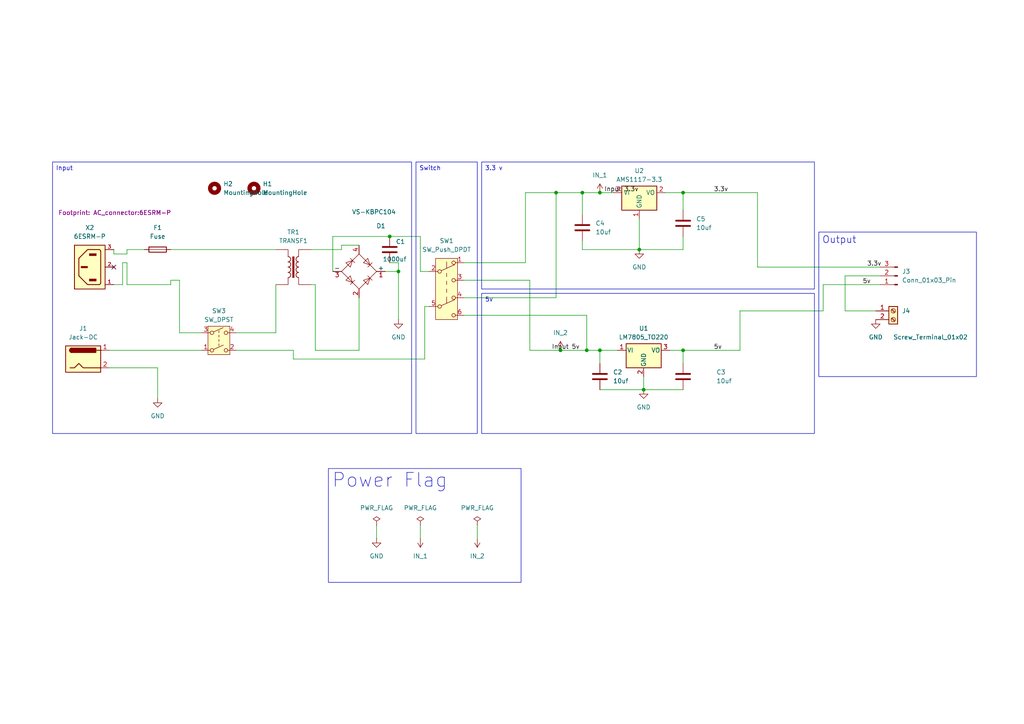
<source format=kicad_sch>
(kicad_sch
	(version 20250114)
	(generator "eeschema")
	(generator_version "9.0")
	(uuid "c3707d48-d6ee-4278-aa9d-0c19f469902f")
	(paper "A4")
	(lib_symbols
		(symbol "6ESRM-P:6ESRM-P"
			(pin_names
				(offset 1.016)
			)
			(exclude_from_sim no)
			(in_bom yes)
			(on_board yes)
			(property "Reference" "X2"
				(at 4.445 -11.43 0)
				(effects
					(font
						(size 1.27 1.27)
					)
				)
			)
			(property "Value" "6ESRM-P"
				(at 4.445 -8.89 0)
				(effects
					(font
						(size 1.27 1.27)
					)
				)
			)
			(property "Footprint" "6ESRM-P:6ESRM-P"
				(at -2.794 -16.51 0)
				(show_name)
				(effects
					(font
						(size 1.27 1.27)
					)
					(justify bottom)
				)
			)
			(property "Datasheet" ""
				(at 0 0 0)
				(effects
					(font
						(size 1.27 1.27)
					)
					(hide yes)
				)
			)
			(property "Description" ""
				(at 0 0 0)
				(effects
					(font
						(size 1.27 1.27)
					)
					(hide yes)
				)
			)
			(property "Comment" "1609078-1"
				(at 0 0 0)
				(effects
					(font
						(size 1.27 1.27)
					)
					(justify bottom)
					(hide yes)
				)
			)
			(property "MF" "TE Connectivity"
				(at 0 0 0)
				(effects
					(font
						(size 1.27 1.27)
					)
					(justify bottom)
					(hide yes)
				)
			)
			(property "Description_1" "AC Male Power Inlet Connector, PC Board Pins, Snap-In, 120/250VAC, 15A(UL/CSA), 10A"
				(at 0 0 0)
				(effects
					(font
						(size 1.27 1.27)
					)
					(justify bottom)
					(hide yes)
				)
			)
			(property "Package" "None"
				(at 0 0 0)
				(effects
					(font
						(size 1.27 1.27)
					)
					(justify bottom)
					(hide yes)
				)
			)
			(property "MPN" "6ESRM-P"
				(at 0 0 0)
				(effects
					(font
						(size 1.27 1.27)
					)
					(justify bottom)
					(hide yes)
				)
			)
			(property "Price" "None"
				(at 0 0 0)
				(effects
					(font
						(size 1.27 1.27)
					)
					(justify bottom)
					(hide yes)
				)
			)
			(property "POPULARITY" "1"
				(at 0 0 0)
				(effects
					(font
						(size 1.27 1.27)
					)
					(justify bottom)
					(hide yes)
				)
			)
			(property "OC_FARNELL" "unknown"
				(at 0 0 0)
				(effects
					(font
						(size 1.27 1.27)
					)
					(justify bottom)
					(hide yes)
				)
			)
			(property "SnapEDA_Link" "https://www.snapeda.com/parts/6ESRM-P/TE+Connectivity+Corcom+Filters/view-part/?ref=snap"
				(at 0 0 0)
				(effects
					(font
						(size 1.27 1.27)
					)
					(justify bottom)
					(hide yes)
				)
			)
			(property "MP" "6ESRM-P"
				(at 0 0 0)
				(effects
					(font
						(size 1.27 1.27)
					)
					(justify bottom)
					(hide yes)
				)
			)
			(property "EU_RoHS_Compliance" "Compliant"
				(at 0 0 0)
				(effects
					(font
						(size 1.27 1.27)
					)
					(justify bottom)
					(hide yes)
				)
			)
			(property "OC_NEWARK" "87F1821"
				(at 0 0 0)
				(effects
					(font
						(size 1.27 1.27)
					)
					(justify bottom)
					(hide yes)
				)
			)
			(property "Availability" "In Stock"
				(at 0 0 0)
				(effects
					(font
						(size 1.27 1.27)
					)
					(justify bottom)
					(hide yes)
				)
			)
			(property "Check_prices" "https://www.snapeda.com/parts/6ESRM-P/TE+Connectivity+Corcom+Filters/view-part/?ref=eda"
				(at 0 0 0)
				(effects
					(font
						(size 1.27 1.27)
					)
					(justify bottom)
					(hide yes)
				)
			)
			(property "Sim.Library" ".\\"
				(at 0 0 0)
				(effects
					(font
						(size 1.27 1.27)
					)
					(hide yes)
				)
			)
			(property "Sim.Name" "<unknown>"
				(at 0 0 0)
				(effects
					(font
						(size 1.27 1.27)
					)
					(hide yes)
				)
			)
			(symbol "6ESRM-P_0_0"
				(rectangle
					(start 0 6.35)
					(end 8.89 -6.35)
					(stroke
						(width 0.254)
						(type default)
					)
					(fill
						(type background)
					)
				)
				(polyline
					(pts
						(xy 1.27 4.572) (xy 1.27 -4.572)
					)
					(stroke
						(width 0.254)
						(type default)
					)
					(fill
						(type none)
					)
				)
				(arc
					(start 1.27 4.572)
					(mid 1.4188 4.9312)
					(end 1.778 5.08)
					(stroke
						(width 0.254)
						(type default)
					)
					(fill
						(type none)
					)
				)
				(arc
					(start 1.778 -5.08)
					(mid 1.4188 -4.9312)
					(end 1.27 -4.572)
					(stroke
						(width 0.254)
						(type default)
					)
					(fill
						(type none)
					)
				)
				(polyline
					(pts
						(xy 1.778 -5.08) (xy 4.8696 -5.08)
					)
					(stroke
						(width 0.254)
						(type default)
					)
					(fill
						(type none)
					)
				)
				(rectangle
					(start 2.54 3.429)
					(end 4.572 4.064)
					(stroke
						(width 0.1)
						(type default)
					)
					(fill
						(type outline)
					)
				)
				(rectangle
					(start 2.54 -3.937)
					(end 4.572 -3.302)
					(stroke
						(width 0.1)
						(type default)
					)
					(fill
						(type outline)
					)
				)
				(polyline
					(pts
						(xy 4.8696 5.08) (xy 1.778 5.08)
					)
					(stroke
						(width 0.254)
						(type default)
					)
					(fill
						(type none)
					)
				)
				(arc
					(start 4.8696 5.08)
					(mid 5.064 5.0413)
					(end 5.2288 4.9312)
					(stroke
						(width 0.254)
						(type default)
					)
					(fill
						(type none)
					)
				)
				(arc
					(start 5.2288 -4.9312)
					(mid 5.064 -5.0413)
					(end 4.8696 -5.08)
					(stroke
						(width 0.254)
						(type default)
					)
					(fill
						(type none)
					)
				)
				(rectangle
					(start 5.08 -0.254)
					(end 6.985 0.254)
					(stroke
						(width 0.1)
						(type default)
					)
					(fill
						(type outline)
					)
				)
				(polyline
					(pts
						(xy 5.2288 -4.9312) (xy 7.4712 -2.6888)
					)
					(stroke
						(width 0.254)
						(type default)
					)
					(fill
						(type none)
					)
				)
				(arc
					(start 7.4712 2.6888)
					(mid 7.5813 2.524)
					(end 7.62 2.3296)
					(stroke
						(width 0.254)
						(type default)
					)
					(fill
						(type none)
					)
				)
				(arc
					(start 7.62 -2.3296)
					(mid 7.5813 -2.524)
					(end 7.4712 -2.6888)
					(stroke
						(width 0.254)
						(type default)
					)
					(fill
						(type none)
					)
				)
				(polyline
					(pts
						(xy 7.4712 2.6888) (xy 5.2288 4.9312)
					)
					(stroke
						(width 0.254)
						(type default)
					)
					(fill
						(type none)
					)
				)
				(polyline
					(pts
						(xy 7.62 -2.3296) (xy 7.62 2.3296)
					)
					(stroke
						(width 0.254)
						(type default)
					)
					(fill
						(type none)
					)
				)
			)
			(symbol "6ESRM-P_1_0"
				(pin power_out line
					(at -2.54 5.08 0)
					(length 2.54)
					(name "~"
						(effects
							(font
								(size 1.016 1.016)
							)
						)
					)
					(number "1"
						(effects
							(font
								(size 1.016 1.016)
							)
						)
					)
				)
				(pin no_connect line
					(at -2.54 0 0)
					(length 2.54)
					(name "~"
						(effects
							(font
								(size 1.016 1.016)
							)
						)
					)
					(number "2"
						(effects
							(font
								(size 1.016 1.016)
							)
						)
					)
				)
				(pin power_out line
					(at -2.54 -5.08 0)
					(length 2.54)
					(name "~"
						(effects
							(font
								(size 1.016 1.016)
							)
						)
					)
					(number "3"
						(effects
							(font
								(size 1.016 1.016)
							)
						)
					)
				)
			)
			(embedded_fonts no)
		)
		(symbol "Connector:Conn_01x03_Pin"
			(pin_names
				(offset 1.016)
				(hide yes)
			)
			(exclude_from_sim no)
			(in_bom yes)
			(on_board yes)
			(property "Reference" "J"
				(at 0 5.08 0)
				(effects
					(font
						(size 1.27 1.27)
					)
				)
			)
			(property "Value" "Conn_01x03_Pin"
				(at 0 -5.08 0)
				(effects
					(font
						(size 1.27 1.27)
					)
				)
			)
			(property "Footprint" ""
				(at 0 0 0)
				(effects
					(font
						(size 1.27 1.27)
					)
					(hide yes)
				)
			)
			(property "Datasheet" "~"
				(at 0 0 0)
				(effects
					(font
						(size 1.27 1.27)
					)
					(hide yes)
				)
			)
			(property "Description" "Generic connector, single row, 01x03, script generated"
				(at 0 0 0)
				(effects
					(font
						(size 1.27 1.27)
					)
					(hide yes)
				)
			)
			(property "ki_locked" ""
				(at 0 0 0)
				(effects
					(font
						(size 1.27 1.27)
					)
				)
			)
			(property "ki_keywords" "connector"
				(at 0 0 0)
				(effects
					(font
						(size 1.27 1.27)
					)
					(hide yes)
				)
			)
			(property "ki_fp_filters" "Connector*:*_1x??_*"
				(at 0 0 0)
				(effects
					(font
						(size 1.27 1.27)
					)
					(hide yes)
				)
			)
			(symbol "Conn_01x03_Pin_1_1"
				(rectangle
					(start 0.8636 2.667)
					(end 0 2.413)
					(stroke
						(width 0.1524)
						(type default)
					)
					(fill
						(type outline)
					)
				)
				(rectangle
					(start 0.8636 0.127)
					(end 0 -0.127)
					(stroke
						(width 0.1524)
						(type default)
					)
					(fill
						(type outline)
					)
				)
				(rectangle
					(start 0.8636 -2.413)
					(end 0 -2.667)
					(stroke
						(width 0.1524)
						(type default)
					)
					(fill
						(type outline)
					)
				)
				(polyline
					(pts
						(xy 1.27 2.54) (xy 0.8636 2.54)
					)
					(stroke
						(width 0.1524)
						(type default)
					)
					(fill
						(type none)
					)
				)
				(polyline
					(pts
						(xy 1.27 0) (xy 0.8636 0)
					)
					(stroke
						(width 0.1524)
						(type default)
					)
					(fill
						(type none)
					)
				)
				(polyline
					(pts
						(xy 1.27 -2.54) (xy 0.8636 -2.54)
					)
					(stroke
						(width 0.1524)
						(type default)
					)
					(fill
						(type none)
					)
				)
				(pin passive line
					(at 5.08 2.54 180)
					(length 3.81)
					(name "Pin_1"
						(effects
							(font
								(size 1.27 1.27)
							)
						)
					)
					(number "1"
						(effects
							(font
								(size 1.27 1.27)
							)
						)
					)
				)
				(pin passive line
					(at 5.08 0 180)
					(length 3.81)
					(name "Pin_2"
						(effects
							(font
								(size 1.27 1.27)
							)
						)
					)
					(number "2"
						(effects
							(font
								(size 1.27 1.27)
							)
						)
					)
				)
				(pin passive line
					(at 5.08 -2.54 180)
					(length 3.81)
					(name "Pin_3"
						(effects
							(font
								(size 1.27 1.27)
							)
						)
					)
					(number "3"
						(effects
							(font
								(size 1.27 1.27)
							)
						)
					)
				)
			)
			(embedded_fonts no)
		)
		(symbol "Connector:Jack-DC"
			(pin_names
				(offset 1.016)
			)
			(exclude_from_sim no)
			(in_bom yes)
			(on_board yes)
			(property "Reference" "J"
				(at 0 5.334 0)
				(effects
					(font
						(size 1.27 1.27)
					)
				)
			)
			(property "Value" "Jack-DC"
				(at 0 -5.08 0)
				(effects
					(font
						(size 1.27 1.27)
					)
				)
			)
			(property "Footprint" ""
				(at 1.27 -1.016 0)
				(effects
					(font
						(size 1.27 1.27)
					)
					(hide yes)
				)
			)
			(property "Datasheet" "~"
				(at 1.27 -1.016 0)
				(effects
					(font
						(size 1.27 1.27)
					)
					(hide yes)
				)
			)
			(property "Description" "DC Barrel Jack"
				(at 0 0 0)
				(effects
					(font
						(size 1.27 1.27)
					)
					(hide yes)
				)
			)
			(property "ki_keywords" "DC power barrel jack connector"
				(at 0 0 0)
				(effects
					(font
						(size 1.27 1.27)
					)
					(hide yes)
				)
			)
			(property "ki_fp_filters" "BarrelJack*"
				(at 0 0 0)
				(effects
					(font
						(size 1.27 1.27)
					)
					(hide yes)
				)
			)
			(symbol "Jack-DC_0_1"
				(rectangle
					(start -5.08 3.81)
					(end 5.08 -3.81)
					(stroke
						(width 0.254)
						(type default)
					)
					(fill
						(type background)
					)
				)
				(polyline
					(pts
						(xy -3.81 -2.54) (xy -2.54 -2.54) (xy -1.27 -1.27) (xy 0 -2.54) (xy 2.54 -2.54) (xy 5.08 -2.54)
					)
					(stroke
						(width 0.254)
						(type default)
					)
					(fill
						(type none)
					)
				)
				(arc
					(start -3.302 1.905)
					(mid -3.9343 2.54)
					(end -3.302 3.175)
					(stroke
						(width 0.254)
						(type default)
					)
					(fill
						(type none)
					)
				)
				(arc
					(start -3.302 1.905)
					(mid -3.9343 2.54)
					(end -3.302 3.175)
					(stroke
						(width 0.254)
						(type default)
					)
					(fill
						(type outline)
					)
				)
				(rectangle
					(start 3.683 3.175)
					(end -3.302 1.905)
					(stroke
						(width 0.254)
						(type default)
					)
					(fill
						(type outline)
					)
				)
				(polyline
					(pts
						(xy 5.08 2.54) (xy 3.81 2.54)
					)
					(stroke
						(width 0.254)
						(type default)
					)
					(fill
						(type none)
					)
				)
			)
			(symbol "Jack-DC_1_1"
				(pin passive line
					(at 7.62 2.54 180)
					(length 2.54)
					(name "~"
						(effects
							(font
								(size 1.27 1.27)
							)
						)
					)
					(number "1"
						(effects
							(font
								(size 1.27 1.27)
							)
						)
					)
				)
				(pin passive line
					(at 7.62 -2.54 180)
					(length 2.54)
					(name "~"
						(effects
							(font
								(size 1.27 1.27)
							)
						)
					)
					(number "2"
						(effects
							(font
								(size 1.27 1.27)
							)
						)
					)
				)
			)
			(embedded_fonts no)
		)
		(symbol "Connector:Screw_Terminal_01x02"
			(pin_names
				(offset 1.016)
				(hide yes)
			)
			(exclude_from_sim no)
			(in_bom yes)
			(on_board yes)
			(property "Reference" "J"
				(at 0 2.54 0)
				(effects
					(font
						(size 1.27 1.27)
					)
				)
			)
			(property "Value" "Screw_Terminal_01x02"
				(at 0 -5.08 0)
				(effects
					(font
						(size 1.27 1.27)
					)
				)
			)
			(property "Footprint" ""
				(at 0 0 0)
				(effects
					(font
						(size 1.27 1.27)
					)
					(hide yes)
				)
			)
			(property "Datasheet" "~"
				(at 0 0 0)
				(effects
					(font
						(size 1.27 1.27)
					)
					(hide yes)
				)
			)
			(property "Description" "Generic screw terminal, single row, 01x02, script generated (kicad-library-utils/schlib/autogen/connector/)"
				(at 0 0 0)
				(effects
					(font
						(size 1.27 1.27)
					)
					(hide yes)
				)
			)
			(property "ki_keywords" "screw terminal"
				(at 0 0 0)
				(effects
					(font
						(size 1.27 1.27)
					)
					(hide yes)
				)
			)
			(property "ki_fp_filters" "TerminalBlock*:*"
				(at 0 0 0)
				(effects
					(font
						(size 1.27 1.27)
					)
					(hide yes)
				)
			)
			(symbol "Screw_Terminal_01x02_1_1"
				(rectangle
					(start -1.27 1.27)
					(end 1.27 -3.81)
					(stroke
						(width 0.254)
						(type default)
					)
					(fill
						(type background)
					)
				)
				(polyline
					(pts
						(xy -0.5334 0.3302) (xy 0.3302 -0.508)
					)
					(stroke
						(width 0.1524)
						(type default)
					)
					(fill
						(type none)
					)
				)
				(polyline
					(pts
						(xy -0.5334 -2.2098) (xy 0.3302 -3.048)
					)
					(stroke
						(width 0.1524)
						(type default)
					)
					(fill
						(type none)
					)
				)
				(polyline
					(pts
						(xy -0.3556 0.508) (xy 0.508 -0.3302)
					)
					(stroke
						(width 0.1524)
						(type default)
					)
					(fill
						(type none)
					)
				)
				(polyline
					(pts
						(xy -0.3556 -2.032) (xy 0.508 -2.8702)
					)
					(stroke
						(width 0.1524)
						(type default)
					)
					(fill
						(type none)
					)
				)
				(circle
					(center 0 0)
					(radius 0.635)
					(stroke
						(width 0.1524)
						(type default)
					)
					(fill
						(type none)
					)
				)
				(circle
					(center 0 -2.54)
					(radius 0.635)
					(stroke
						(width 0.1524)
						(type default)
					)
					(fill
						(type none)
					)
				)
				(pin passive line
					(at -5.08 0 0)
					(length 3.81)
					(name "Pin_1"
						(effects
							(font
								(size 1.27 1.27)
							)
						)
					)
					(number "1"
						(effects
							(font
								(size 1.27 1.27)
							)
						)
					)
				)
				(pin passive line
					(at -5.08 -2.54 0)
					(length 3.81)
					(name "Pin_2"
						(effects
							(font
								(size 1.27 1.27)
							)
						)
					)
					(number "2"
						(effects
							(font
								(size 1.27 1.27)
							)
						)
					)
				)
			)
			(embedded_fonts no)
		)
		(symbol "Device:C"
			(pin_numbers
				(hide yes)
			)
			(pin_names
				(offset 0.254)
			)
			(exclude_from_sim no)
			(in_bom yes)
			(on_board yes)
			(property "Reference" "C"
				(at 0.635 2.54 0)
				(effects
					(font
						(size 1.27 1.27)
					)
					(justify left)
				)
			)
			(property "Value" "C"
				(at 0.635 -2.54 0)
				(effects
					(font
						(size 1.27 1.27)
					)
					(justify left)
				)
			)
			(property "Footprint" ""
				(at 0.9652 -3.81 0)
				(effects
					(font
						(size 1.27 1.27)
					)
					(hide yes)
				)
			)
			(property "Datasheet" "~"
				(at 0 0 0)
				(effects
					(font
						(size 1.27 1.27)
					)
					(hide yes)
				)
			)
			(property "Description" "Unpolarized capacitor"
				(at 0 0 0)
				(effects
					(font
						(size 1.27 1.27)
					)
					(hide yes)
				)
			)
			(property "ki_keywords" "cap capacitor"
				(at 0 0 0)
				(effects
					(font
						(size 1.27 1.27)
					)
					(hide yes)
				)
			)
			(property "ki_fp_filters" "C_*"
				(at 0 0 0)
				(effects
					(font
						(size 1.27 1.27)
					)
					(hide yes)
				)
			)
			(symbol "C_0_1"
				(polyline
					(pts
						(xy -2.032 0.762) (xy 2.032 0.762)
					)
					(stroke
						(width 0.508)
						(type default)
					)
					(fill
						(type none)
					)
				)
				(polyline
					(pts
						(xy -2.032 -0.762) (xy 2.032 -0.762)
					)
					(stroke
						(width 0.508)
						(type default)
					)
					(fill
						(type none)
					)
				)
			)
			(symbol "C_1_1"
				(pin passive line
					(at 0 3.81 270)
					(length 2.794)
					(name "~"
						(effects
							(font
								(size 1.27 1.27)
							)
						)
					)
					(number "1"
						(effects
							(font
								(size 1.27 1.27)
							)
						)
					)
				)
				(pin passive line
					(at 0 -3.81 90)
					(length 2.794)
					(name "~"
						(effects
							(font
								(size 1.27 1.27)
							)
						)
					)
					(number "2"
						(effects
							(font
								(size 1.27 1.27)
							)
						)
					)
				)
			)
			(embedded_fonts no)
		)
		(symbol "Device:Fuse"
			(pin_numbers
				(hide yes)
			)
			(pin_names
				(offset 0)
			)
			(exclude_from_sim no)
			(in_bom yes)
			(on_board yes)
			(property "Reference" "F"
				(at 2.032 0 90)
				(effects
					(font
						(size 1.27 1.27)
					)
				)
			)
			(property "Value" "Fuse"
				(at -1.905 0 90)
				(effects
					(font
						(size 1.27 1.27)
					)
				)
			)
			(property "Footprint" ""
				(at -1.778 0 90)
				(effects
					(font
						(size 1.27 1.27)
					)
					(hide yes)
				)
			)
			(property "Datasheet" "~"
				(at 0 0 0)
				(effects
					(font
						(size 1.27 1.27)
					)
					(hide yes)
				)
			)
			(property "Description" "Fuse"
				(at 0 0 0)
				(effects
					(font
						(size 1.27 1.27)
					)
					(hide yes)
				)
			)
			(property "ki_keywords" "fuse"
				(at 0 0 0)
				(effects
					(font
						(size 1.27 1.27)
					)
					(hide yes)
				)
			)
			(property "ki_fp_filters" "*Fuse*"
				(at 0 0 0)
				(effects
					(font
						(size 1.27 1.27)
					)
					(hide yes)
				)
			)
			(symbol "Fuse_0_1"
				(rectangle
					(start -0.762 -2.54)
					(end 0.762 2.54)
					(stroke
						(width 0.254)
						(type default)
					)
					(fill
						(type none)
					)
				)
				(polyline
					(pts
						(xy 0 2.54) (xy 0 -2.54)
					)
					(stroke
						(width 0)
						(type default)
					)
					(fill
						(type none)
					)
				)
			)
			(symbol "Fuse_1_1"
				(pin passive line
					(at 0 3.81 270)
					(length 1.27)
					(name "~"
						(effects
							(font
								(size 1.27 1.27)
							)
						)
					)
					(number "1"
						(effects
							(font
								(size 1.27 1.27)
							)
						)
					)
				)
				(pin passive line
					(at 0 -3.81 90)
					(length 1.27)
					(name "~"
						(effects
							(font
								(size 1.27 1.27)
							)
						)
					)
					(number "2"
						(effects
							(font
								(size 1.27 1.27)
							)
						)
					)
				)
			)
			(embedded_fonts no)
		)
		(symbol "Diode_Bridge:VS-KBPC104"
			(pin_names
				(offset 0)
			)
			(exclude_from_sim no)
			(in_bom yes)
			(on_board yes)
			(property "Reference" "D"
				(at 2.54 6.985 0)
				(effects
					(font
						(size 1.27 1.27)
					)
					(justify left)
				)
			)
			(property "Value" "VS-KBPC104"
				(at 2.54 5.08 0)
				(effects
					(font
						(size 1.27 1.27)
					)
					(justify left)
				)
			)
			(property "Footprint" "Diode_THT:Diode_Bridge_Vishay_KBPC1"
				(at 3.81 3.175 0)
				(effects
					(font
						(size 1.27 1.27)
					)
					(justify left)
					(hide yes)
				)
			)
			(property "Datasheet" "http://www.vishay.com/docs/93585/vs-kbpc1series.pdf"
				(at 0 0 0)
				(effects
					(font
						(size 1.27 1.27)
					)
					(hide yes)
				)
			)
			(property "Description" "Single-Phase Bridge Rectifier, 125V Vrms, 3.0A If, KBPC1 package"
				(at 0 0 0)
				(effects
					(font
						(size 1.27 1.27)
					)
					(hide yes)
				)
			)
			(property "ki_keywords" "rectifier acdc"
				(at 0 0 0)
				(effects
					(font
						(size 1.27 1.27)
					)
					(hide yes)
				)
			)
			(property "ki_fp_filters" "D*Bridge*Vishay*KBPC1*"
				(at 0 0 0)
				(effects
					(font
						(size 1.27 1.27)
					)
					(hide yes)
				)
			)
			(symbol "VS-KBPC104_0_1"
				(polyline
					(pts
						(xy -5.08 0) (xy 0 -5.08) (xy 5.08 0) (xy 0 5.08) (xy -5.08 0)
					)
					(stroke
						(width 0)
						(type default)
					)
					(fill
						(type none)
					)
				)
				(polyline
					(pts
						(xy -3.81 2.54) (xy -2.54 1.27) (xy -1.905 3.175) (xy -3.81 2.54)
					)
					(stroke
						(width 0)
						(type default)
					)
					(fill
						(type none)
					)
				)
				(polyline
					(pts
						(xy -2.54 3.81) (xy -1.27 2.54)
					)
					(stroke
						(width 0)
						(type default)
					)
					(fill
						(type none)
					)
				)
				(polyline
					(pts
						(xy -2.54 -1.27) (xy -3.81 -2.54) (xy -1.905 -3.175) (xy -2.54 -1.27)
					)
					(stroke
						(width 0)
						(type default)
					)
					(fill
						(type none)
					)
				)
				(polyline
					(pts
						(xy -1.27 -2.54) (xy -2.54 -3.81)
					)
					(stroke
						(width 0)
						(type default)
					)
					(fill
						(type none)
					)
				)
				(polyline
					(pts
						(xy 1.27 2.54) (xy 2.54 3.81) (xy 3.175 1.905) (xy 1.27 2.54)
					)
					(stroke
						(width 0)
						(type default)
					)
					(fill
						(type none)
					)
				)
				(polyline
					(pts
						(xy 2.54 1.27) (xy 3.81 2.54)
					)
					(stroke
						(width 0)
						(type default)
					)
					(fill
						(type none)
					)
				)
				(polyline
					(pts
						(xy 2.54 -1.27) (xy 3.81 -2.54)
					)
					(stroke
						(width 0)
						(type default)
					)
					(fill
						(type none)
					)
				)
				(polyline
					(pts
						(xy 3.175 -1.905) (xy 1.27 -2.54) (xy 2.54 -3.81) (xy 3.175 -1.905)
					)
					(stroke
						(width 0)
						(type default)
					)
					(fill
						(type none)
					)
				)
			)
			(symbol "VS-KBPC104_1_1"
				(pin passive line
					(at -7.62 0 0)
					(length 2.54)
					(name "-"
						(effects
							(font
								(size 1.27 1.27)
							)
						)
					)
					(number "3"
						(effects
							(font
								(size 1.27 1.27)
							)
						)
					)
				)
				(pin passive line
					(at 0 7.62 270)
					(length 2.54)
					(name "~"
						(effects
							(font
								(size 1.27 1.27)
							)
						)
					)
					(number "4"
						(effects
							(font
								(size 1.27 1.27)
							)
						)
					)
				)
				(pin passive line
					(at 0 -7.62 90)
					(length 2.54)
					(name "~"
						(effects
							(font
								(size 1.27 1.27)
							)
						)
					)
					(number "2"
						(effects
							(font
								(size 1.27 1.27)
							)
						)
					)
				)
				(pin passive line
					(at 7.62 0 180)
					(length 2.54)
					(name "+"
						(effects
							(font
								(size 1.27 1.27)
							)
						)
					)
					(number "1"
						(effects
							(font
								(size 1.27 1.27)
							)
						)
					)
				)
			)
			(embedded_fonts no)
		)
		(symbol "Mechanical:MountingHole"
			(pin_names
				(offset 1.016)
			)
			(exclude_from_sim no)
			(in_bom no)
			(on_board yes)
			(property "Reference" "H"
				(at 0 5.08 0)
				(effects
					(font
						(size 1.27 1.27)
					)
				)
			)
			(property "Value" "MountingHole"
				(at 0 3.175 0)
				(effects
					(font
						(size 1.27 1.27)
					)
				)
			)
			(property "Footprint" ""
				(at 0 0 0)
				(effects
					(font
						(size 1.27 1.27)
					)
					(hide yes)
				)
			)
			(property "Datasheet" "~"
				(at 0 0 0)
				(effects
					(font
						(size 1.27 1.27)
					)
					(hide yes)
				)
			)
			(property "Description" "Mounting Hole without connection"
				(at 0 0 0)
				(effects
					(font
						(size 1.27 1.27)
					)
					(hide yes)
				)
			)
			(property "ki_keywords" "mounting hole"
				(at 0 0 0)
				(effects
					(font
						(size 1.27 1.27)
					)
					(hide yes)
				)
			)
			(property "ki_fp_filters" "MountingHole*"
				(at 0 0 0)
				(effects
					(font
						(size 1.27 1.27)
					)
					(hide yes)
				)
			)
			(symbol "MountingHole_0_1"
				(circle
					(center 0 0)
					(radius 1.27)
					(stroke
						(width 1.27)
						(type default)
					)
					(fill
						(type none)
					)
				)
			)
			(embedded_fonts no)
		)
		(symbol "Regulator_Linear:AMS1117-3.3"
			(exclude_from_sim no)
			(in_bom yes)
			(on_board yes)
			(property "Reference" "U2"
				(at 0 6.35 0)
				(effects
					(font
						(size 1.27 1.27)
					)
				)
			)
			(property "Value" "AMS1117-3.3"
				(at 0 3.81 0)
				(effects
					(font
						(size 1.27 1.27)
					)
				)
			)
			(property "Footprint" "Package_TO_SOT_SMD:SOT-223-3_TabPin2"
				(at 0 5.08 0)
				(effects
					(font
						(size 1.27 1.27)
					)
					(hide yes)
				)
			)
			(property "Datasheet" "http://www.advanced-monolithic.com/pdf/ds1117.pdf"
				(at 2.54 -6.35 0)
				(effects
					(font
						(size 1.27 1.27)
					)
					(hide yes)
				)
			)
			(property "Description" "1A Low Dropout regulator, positive, 3.3V fixed output, SOT-223"
				(at 0 0 0)
				(effects
					(font
						(size 1.27 1.27)
					)
					(hide yes)
				)
			)
			(property "ki_keywords" "linear regulator ldo fixed positive"
				(at 0 0 0)
				(effects
					(font
						(size 1.27 1.27)
					)
					(hide yes)
				)
			)
			(property "ki_fp_filters" "SOT?223*TabPin2*"
				(at 0 0 0)
				(effects
					(font
						(size 1.27 1.27)
					)
					(hide yes)
				)
			)
			(symbol "AMS1117-3.3_0_1"
				(rectangle
					(start -5.08 -5.08)
					(end 5.08 1.905)
					(stroke
						(width 0.254)
						(type default)
					)
					(fill
						(type background)
					)
				)
			)
			(symbol "AMS1117-3.3_1_1"
				(pin power_in line
					(at -7.62 0 0)
					(length 2.54)
					(name "VI"
						(effects
							(font
								(size 1.27 1.27)
							)
						)
					)
					(number "3"
						(effects
							(font
								(size 1.27 1.27)
							)
						)
					)
				)
				(pin power_in line
					(at 0 -7.62 90)
					(length 2.54)
					(name "GND"
						(effects
							(font
								(size 1.27 1.27)
							)
						)
					)
					(number "1"
						(effects
							(font
								(size 1.27 1.27)
							)
						)
					)
				)
				(pin output line
					(at 7.62 0 180)
					(length 2.54)
					(name "VO"
						(effects
							(font
								(size 1.27 1.27)
							)
						)
					)
					(number "2"
						(effects
							(font
								(size 1.27 1.27)
							)
						)
					)
				)
			)
			(embedded_fonts no)
		)
		(symbol "Regulator_Linear:LM7805_TO220"
			(pin_names
				(offset 0.254)
			)
			(exclude_from_sim no)
			(in_bom yes)
			(on_board yes)
			(property "Reference" "U1"
				(at 0 6.35 0)
				(effects
					(font
						(size 1.27 1.27)
					)
				)
			)
			(property "Value" "LM7805_TO220"
				(at 0 3.81 0)
				(effects
					(font
						(size 1.27 1.27)
					)
				)
			)
			(property "Footprint" "Package_TO_SOT_THT:TO-220-3_Vertical"
				(at 0 5.715 0)
				(effects
					(font
						(size 1.27 1.27)
						(italic yes)
					)
					(hide yes)
				)
			)
			(property "Datasheet" "https://www.onsemi.cn/PowerSolutions/document/MC7800-D.PDF"
				(at 0 -1.27 0)
				(effects
					(font
						(size 1.27 1.27)
					)
					(hide yes)
				)
			)
			(property "Description" "Positive 1A 35V Linear Regulator, Fixed Output 5V, TO-220"
				(at 0 0 0)
				(effects
					(font
						(size 1.27 1.27)
					)
					(hide yes)
				)
			)
			(property "ki_keywords" "Voltage Regulator 1A Positive"
				(at 0 0 0)
				(effects
					(font
						(size 1.27 1.27)
					)
					(hide yes)
				)
			)
			(property "ki_fp_filters" "TO?220*"
				(at 0 0 0)
				(effects
					(font
						(size 1.27 1.27)
					)
					(hide yes)
				)
			)
			(symbol "LM7805_TO220_0_1"
				(rectangle
					(start -5.08 1.905)
					(end 5.08 -5.08)
					(stroke
						(width 0.254)
						(type default)
					)
					(fill
						(type background)
					)
				)
			)
			(symbol "LM7805_TO220_1_1"
				(pin power_in line
					(at -7.62 0 0)
					(length 2.54)
					(name "VI"
						(effects
							(font
								(size 1.27 1.27)
							)
						)
					)
					(number "1"
						(effects
							(font
								(size 1.27 1.27)
							)
						)
					)
				)
				(pin power_in line
					(at 0 -7.62 90)
					(length 2.54)
					(name "GND"
						(effects
							(font
								(size 1.27 1.27)
							)
						)
					)
					(number "2"
						(effects
							(font
								(size 1.27 1.27)
							)
						)
					)
				)
				(pin power_out line
					(at 7.62 0 180)
					(length 2.54)
					(name "VO"
						(effects
							(font
								(size 1.27 1.27)
							)
						)
					)
					(number "3"
						(effects
							(font
								(size 1.27 1.27)
							)
						)
					)
				)
			)
			(embedded_fonts no)
		)
		(symbol "Switch:SW_DPST"
			(pin_names
				(offset 0)
				(hide yes)
			)
			(exclude_from_sim no)
			(in_bom yes)
			(on_board yes)
			(property "Reference" "SW"
				(at 0 6.35 0)
				(effects
					(font
						(size 1.27 1.27)
					)
				)
			)
			(property "Value" "SW_DPST"
				(at 0 -5.08 0)
				(effects
					(font
						(size 1.27 1.27)
					)
				)
			)
			(property "Footprint" ""
				(at 0 0 0)
				(effects
					(font
						(size 1.27 1.27)
					)
					(hide yes)
				)
			)
			(property "Datasheet" "~"
				(at 0 0 0)
				(effects
					(font
						(size 1.27 1.27)
					)
					(hide yes)
				)
			)
			(property "Description" "Double Pole Single Throw (DPST) Switch"
				(at 0 0 0)
				(effects
					(font
						(size 1.27 1.27)
					)
					(hide yes)
				)
			)
			(property "ki_keywords" "switch dual double-pole single-throw OFF-ON"
				(at 0 0 0)
				(effects
					(font
						(size 1.27 1.27)
					)
					(hide yes)
				)
			)
			(symbol "SW_DPST_0_0"
				(circle
					(center -2.032 2.54)
					(radius 0.508)
					(stroke
						(width 0)
						(type default)
					)
					(fill
						(type none)
					)
				)
				(circle
					(center -2.032 -2.54)
					(radius 0.508)
					(stroke
						(width 0)
						(type default)
					)
					(fill
						(type none)
					)
				)
				(polyline
					(pts
						(xy -1.524 2.794) (xy 1.27 4.064)
					)
					(stroke
						(width 0)
						(type default)
					)
					(fill
						(type none)
					)
				)
				(polyline
					(pts
						(xy -1.524 -2.286) (xy 1.27 -1.016)
					)
					(stroke
						(width 0)
						(type default)
					)
					(fill
						(type none)
					)
				)
				(polyline
					(pts
						(xy 0 2.54) (xy 0 3.175)
					)
					(stroke
						(width 0)
						(type default)
					)
					(fill
						(type none)
					)
				)
				(polyline
					(pts
						(xy 0 1.27) (xy 0 1.905)
					)
					(stroke
						(width 0)
						(type default)
					)
					(fill
						(type none)
					)
				)
				(polyline
					(pts
						(xy 0 0) (xy 0 0.635)
					)
					(stroke
						(width 0)
						(type default)
					)
					(fill
						(type none)
					)
				)
				(polyline
					(pts
						(xy 0 -1.27) (xy 0 -0.635)
					)
					(stroke
						(width 0)
						(type default)
					)
					(fill
						(type none)
					)
				)
				(circle
					(center 2.032 2.54)
					(radius 0.508)
					(stroke
						(width 0)
						(type default)
					)
					(fill
						(type none)
					)
				)
				(circle
					(center 2.032 -2.54)
					(radius 0.508)
					(stroke
						(width 0)
						(type default)
					)
					(fill
						(type none)
					)
				)
			)
			(symbol "SW_DPST_1_1"
				(rectangle
					(start -3.175 4.445)
					(end 3.175 -3.81)
					(stroke
						(width 0)
						(type default)
					)
					(fill
						(type background)
					)
				)
				(pin passive line
					(at -5.08 2.54 0)
					(length 2.54)
					(name "3"
						(effects
							(font
								(size 1.27 1.27)
							)
						)
					)
					(number "3"
						(effects
							(font
								(size 1.27 1.27)
							)
						)
					)
				)
				(pin passive line
					(at -5.08 -2.54 0)
					(length 2.54)
					(name "1"
						(effects
							(font
								(size 1.27 1.27)
							)
						)
					)
					(number "1"
						(effects
							(font
								(size 1.27 1.27)
							)
						)
					)
				)
				(pin passive line
					(at 5.08 2.54 180)
					(length 2.54)
					(name "4"
						(effects
							(font
								(size 1.27 1.27)
							)
						)
					)
					(number "4"
						(effects
							(font
								(size 1.27 1.27)
							)
						)
					)
				)
				(pin passive line
					(at 5.08 -2.54 180)
					(length 2.54)
					(name "2"
						(effects
							(font
								(size 1.27 1.27)
							)
						)
					)
					(number "2"
						(effects
							(font
								(size 1.27 1.27)
							)
						)
					)
				)
			)
			(embedded_fonts no)
		)
		(symbol "Switch:SW_Push_DPDT"
			(pin_names
				(offset 0)
				(hide yes)
			)
			(exclude_from_sim no)
			(in_bom yes)
			(on_board yes)
			(property "Reference" "SW1"
				(at 0 13.97 0)
				(effects
					(font
						(size 1.27 1.27)
					)
				)
			)
			(property "Value" "SW_Push_DPDT"
				(at 0 11.43 0)
				(effects
					(font
						(size 1.27 1.27)
					)
				)
			)
			(property "Footprint" ""
				(at 0 5.08 0)
				(effects
					(font
						(size 1.27 1.27)
					)
					(hide yes)
				)
			)
			(property "Datasheet" "~"
				(at 0 5.08 0)
				(effects
					(font
						(size 1.27 1.27)
					)
					(hide yes)
				)
			)
			(property "Description" "Momentary Switch, dual pole double throw"
				(at 0 0 0)
				(effects
					(font
						(size 1.27 1.27)
					)
					(hide yes)
				)
			)
			(property "ki_keywords" "switch dual-pole double-throw spdt ON-ON"
				(at 0 0 0)
				(effects
					(font
						(size 1.27 1.27)
					)
					(hide yes)
				)
			)
			(symbol "SW_Push_DPDT_0_0"
				(circle
					(center -2.032 5.08)
					(radius 0.508)
					(stroke
						(width 0)
						(type default)
					)
					(fill
						(type none)
					)
				)
				(circle
					(center -2.032 -5.08)
					(radius 0.508)
					(stroke
						(width 0)
						(type default)
					)
					(fill
						(type none)
					)
				)
				(circle
					(center 2.032 2.54)
					(radius 0.508)
					(stroke
						(width 0)
						(type default)
					)
					(fill
						(type none)
					)
				)
				(circle
					(center 2.032 -7.62)
					(radius 0.508)
					(stroke
						(width 0)
						(type default)
					)
					(fill
						(type none)
					)
				)
			)
			(symbol "SW_Push_DPDT_0_1"
				(polyline
					(pts
						(xy -1.524 5.334) (xy 2.3368 7.0612)
					)
					(stroke
						(width 0)
						(type default)
					)
					(fill
						(type none)
					)
				)
				(polyline
					(pts
						(xy -1.524 -4.826) (xy 2.3368 -3.0988)
					)
					(stroke
						(width 0)
						(type default)
					)
					(fill
						(type none)
					)
				)
				(polyline
					(pts
						(xy 0 7.874) (xy 0 6.096)
					)
					(stroke
						(width 0)
						(type default)
					)
					(fill
						(type none)
					)
				)
				(polyline
					(pts
						(xy 0 3.556) (xy 0 4.572)
					)
					(stroke
						(width 0)
						(type default)
					)
					(fill
						(type none)
					)
				)
				(polyline
					(pts
						(xy 0 1.27) (xy 0 2.286)
					)
					(stroke
						(width 0)
						(type default)
					)
					(fill
						(type none)
					)
				)
				(polyline
					(pts
						(xy 0 -1.016) (xy 0 0)
					)
					(stroke
						(width 0)
						(type default)
					)
					(fill
						(type none)
					)
				)
				(polyline
					(pts
						(xy 0 -2.286) (xy 0 -4.064)
					)
					(stroke
						(width 0)
						(type default)
					)
					(fill
						(type none)
					)
				)
				(circle
					(center 2.032 7.62)
					(radius 0.508)
					(stroke
						(width 0)
						(type default)
					)
					(fill
						(type none)
					)
				)
				(circle
					(center 2.032 -2.54)
					(radius 0.508)
					(stroke
						(width 0)
						(type default)
					)
					(fill
						(type none)
					)
				)
			)
			(symbol "SW_Push_DPDT_1_1"
				(rectangle
					(start -3.175 8.89)
					(end 3.175 -8.89)
					(stroke
						(width 0)
						(type default)
					)
					(fill
						(type background)
					)
				)
				(pin passive line
					(at -5.08 5.08 0)
					(length 2.54)
					(name "B"
						(effects
							(font
								(size 1.27 1.27)
							)
						)
					)
					(number "2"
						(effects
							(font
								(size 1.27 1.27)
							)
						)
					)
				)
				(pin passive line
					(at -5.08 -5.08 0)
					(length 2.54)
					(name "B"
						(effects
							(font
								(size 1.27 1.27)
							)
						)
					)
					(number "5"
						(effects
							(font
								(size 1.27 1.27)
							)
						)
					)
				)
				(pin passive line
					(at 5.08 7.62 180)
					(length 2.54)
					(name "A"
						(effects
							(font
								(size 1.27 1.27)
							)
						)
					)
					(number "1"
						(effects
							(font
								(size 1.27 1.27)
							)
						)
					)
				)
				(pin passive line
					(at 5.08 2.54 180)
					(length 2.54)
					(name "C"
						(effects
							(font
								(size 1.27 1.27)
							)
						)
					)
					(number "3"
						(effects
							(font
								(size 1.27 1.27)
							)
						)
					)
				)
				(pin passive line
					(at 5.08 -2.54 180)
					(length 2.54)
					(name "A"
						(effects
							(font
								(size 1.27 1.27)
							)
						)
					)
					(number "4"
						(effects
							(font
								(size 1.27 1.27)
							)
						)
					)
				)
				(pin passive line
					(at 5.08 -7.62 180)
					(length 2.54)
					(name "C"
						(effects
							(font
								(size 1.27 1.27)
							)
						)
					)
					(number "6"
						(effects
							(font
								(size 1.27 1.27)
							)
						)
					)
				)
			)
			(embedded_fonts no)
		)
		(symbol "Transformer:TRANSF1"
			(pin_numbers
				(hide yes)
			)
			(pin_names
				(offset 0)
			)
			(exclude_from_sim no)
			(in_bom yes)
			(on_board yes)
			(property "Reference" "TR"
				(at 0 6.35 0)
				(effects
					(font
						(size 1.27 1.27)
					)
				)
			)
			(property "Value" "TRANSF1"
				(at 0 -6.35 0)
				(effects
					(font
						(size 1.27 1.27)
					)
				)
			)
			(property "Footprint" ""
				(at 0 0 0)
				(effects
					(font
						(size 1.27 1.27)
					)
					(hide yes)
				)
			)
			(property "Datasheet" ""
				(at 0 0 0)
				(effects
					(font
						(size 1.27 1.27)
					)
					(hide yes)
				)
			)
			(property "Description" ""
				(at 0 0 0)
				(effects
					(font
						(size 1.27 1.27)
					)
					(hide yes)
				)
			)
			(symbol "TRANSF1_0_1"
				(polyline
					(pts
						(xy -2.54 5.08) (xy -1.524 5.08) (xy -1.524 3.048) (xy -1.524 3.048)
					)
					(stroke
						(width 0.1524)
						(type default)
					)
					(fill
						(type none)
					)
				)
				(arc
					(start -1.524 3.048)
					(mid -0.7653 2.286)
					(end -1.524 1.524)
					(stroke
						(width 0.2032)
						(type default)
					)
					(fill
						(type none)
					)
				)
				(arc
					(start -1.524 1.524)
					(mid -0.7653 0.762)
					(end -1.524 0)
					(stroke
						(width 0.2032)
						(type default)
					)
					(fill
						(type none)
					)
				)
				(arc
					(start -1.524 0)
					(mid -0.7653 -0.762)
					(end -1.524 -1.524)
					(stroke
						(width 0.2032)
						(type default)
					)
					(fill
						(type none)
					)
				)
				(arc
					(start -1.524 -1.524)
					(mid -0.7653 -2.286)
					(end -1.524 -3.048)
					(stroke
						(width 0.2032)
						(type default)
					)
					(fill
						(type none)
					)
				)
				(polyline
					(pts
						(xy -1.524 -3.048) (xy -1.524 -5.08) (xy -2.54 -5.08) (xy -2.54 -5.08)
					)
					(stroke
						(width 0.1524)
						(type default)
					)
					(fill
						(type none)
					)
				)
				(rectangle
					(start -0.254 3.048)
					(end 0.254 -3.048)
					(stroke
						(width 0.0254)
						(type default)
					)
					(fill
						(type outline)
					)
				)
				(polyline
					(pts
						(xy 1.524 3.048) (xy 1.524 5.08) (xy 2.54 5.08) (xy 2.54 5.08)
					)
					(stroke
						(width 0.1524)
						(type default)
					)
					(fill
						(type none)
					)
				)
				(arc
					(start 1.524 1.524)
					(mid 0.7653 2.286)
					(end 1.524 3.048)
					(stroke
						(width 0.2032)
						(type default)
					)
					(fill
						(type none)
					)
				)
				(arc
					(start 1.524 0)
					(mid 0.7653 0.762)
					(end 1.524 1.524)
					(stroke
						(width 0.2032)
						(type default)
					)
					(fill
						(type none)
					)
				)
				(arc
					(start 1.524 -1.524)
					(mid 0.7653 -0.762)
					(end 1.524 0)
					(stroke
						(width 0.2032)
						(type default)
					)
					(fill
						(type none)
					)
				)
				(arc
					(start 1.524 -3.048)
					(mid 0.7653 -2.286)
					(end 1.524 -1.524)
					(stroke
						(width 0.2032)
						(type default)
					)
					(fill
						(type none)
					)
				)
				(polyline
					(pts
						(xy 2.54 -5.08) (xy 1.524 -5.08) (xy 1.524 -3.048) (xy 1.524 -3.048)
					)
					(stroke
						(width 0.1524)
						(type default)
					)
					(fill
						(type none)
					)
				)
			)
			(symbol "TRANSF1_1_1"
				(pin passive line
					(at -5.08 5.08 0)
					(length 2.54)
					(name "~"
						(effects
							(font
								(size 1.27 1.27)
							)
						)
					)
					(number "1"
						(effects
							(font
								(size 1.27 1.27)
							)
						)
					)
				)
				(pin passive line
					(at -5.08 -5.08 0)
					(length 2.54)
					(name "~"
						(effects
							(font
								(size 1.27 1.27)
							)
						)
					)
					(number "2"
						(effects
							(font
								(size 1.27 1.27)
							)
						)
					)
				)
				(pin passive line
					(at 5.08 5.08 180)
					(length 2.54)
					(name "~"
						(effects
							(font
								(size 1.27 1.27)
							)
						)
					)
					(number "4"
						(effects
							(font
								(size 1.27 1.27)
							)
						)
					)
				)
				(pin passive line
					(at 5.08 -5.08 180)
					(length 2.54)
					(name "~"
						(effects
							(font
								(size 1.27 1.27)
							)
						)
					)
					(number "3"
						(effects
							(font
								(size 1.27 1.27)
							)
						)
					)
				)
			)
			(embedded_fonts no)
		)
		(symbol "power:GND"
			(power)
			(pin_numbers
				(hide yes)
			)
			(pin_names
				(offset 0)
				(hide yes)
			)
			(exclude_from_sim no)
			(in_bom yes)
			(on_board yes)
			(property "Reference" "#PWR"
				(at 0 -6.35 0)
				(effects
					(font
						(size 1.27 1.27)
					)
					(hide yes)
				)
			)
			(property "Value" "GND"
				(at 0 -3.81 0)
				(effects
					(font
						(size 1.27 1.27)
					)
				)
			)
			(property "Footprint" ""
				(at 0 0 0)
				(effects
					(font
						(size 1.27 1.27)
					)
					(hide yes)
				)
			)
			(property "Datasheet" ""
				(at 0 0 0)
				(effects
					(font
						(size 1.27 1.27)
					)
					(hide yes)
				)
			)
			(property "Description" "Power symbol creates a global label with name \"GND\" , ground"
				(at 0 0 0)
				(effects
					(font
						(size 1.27 1.27)
					)
					(hide yes)
				)
			)
			(property "ki_keywords" "global power"
				(at 0 0 0)
				(effects
					(font
						(size 1.27 1.27)
					)
					(hide yes)
				)
			)
			(symbol "GND_0_1"
				(polyline
					(pts
						(xy 0 0) (xy 0 -1.27) (xy 1.27 -1.27) (xy 0 -2.54) (xy -1.27 -1.27) (xy 0 -1.27)
					)
					(stroke
						(width 0)
						(type default)
					)
					(fill
						(type none)
					)
				)
			)
			(symbol "GND_1_1"
				(pin power_in line
					(at 0 0 270)
					(length 0)
					(name "~"
						(effects
							(font
								(size 1.27 1.27)
							)
						)
					)
					(number "1"
						(effects
							(font
								(size 1.27 1.27)
							)
						)
					)
				)
			)
			(embedded_fonts no)
		)
		(symbol "power:PWR_FLAG"
			(power)
			(pin_numbers
				(hide yes)
			)
			(pin_names
				(offset 0)
				(hide yes)
			)
			(exclude_from_sim no)
			(in_bom yes)
			(on_board yes)
			(property "Reference" "#FLG"
				(at 0 1.905 0)
				(effects
					(font
						(size 1.27 1.27)
					)
					(hide yes)
				)
			)
			(property "Value" "PWR_FLAG"
				(at 0 3.81 0)
				(effects
					(font
						(size 1.27 1.27)
					)
				)
			)
			(property "Footprint" ""
				(at 0 0 0)
				(effects
					(font
						(size 1.27 1.27)
					)
					(hide yes)
				)
			)
			(property "Datasheet" "~"
				(at 0 0 0)
				(effects
					(font
						(size 1.27 1.27)
					)
					(hide yes)
				)
			)
			(property "Description" "Special symbol for telling ERC where power comes from"
				(at 0 0 0)
				(effects
					(font
						(size 1.27 1.27)
					)
					(hide yes)
				)
			)
			(property "ki_keywords" "flag power"
				(at 0 0 0)
				(effects
					(font
						(size 1.27 1.27)
					)
					(hide yes)
				)
			)
			(symbol "PWR_FLAG_0_0"
				(pin power_out line
					(at 0 0 90)
					(length 0)
					(name "~"
						(effects
							(font
								(size 1.27 1.27)
							)
						)
					)
					(number "1"
						(effects
							(font
								(size 1.27 1.27)
							)
						)
					)
				)
			)
			(symbol "PWR_FLAG_0_1"
				(polyline
					(pts
						(xy 0 0) (xy 0 1.27) (xy -1.016 1.905) (xy 0 2.54) (xy 1.016 1.905) (xy 0 1.27)
					)
					(stroke
						(width 0)
						(type default)
					)
					(fill
						(type none)
					)
				)
			)
			(embedded_fonts no)
		)
		(symbol "power:VCC"
			(power)
			(pin_numbers
				(hide yes)
			)
			(pin_names
				(offset 0)
				(hide yes)
			)
			(exclude_from_sim no)
			(in_bom yes)
			(on_board yes)
			(property "Reference" "#PWR"
				(at 0 -3.81 0)
				(effects
					(font
						(size 1.27 1.27)
					)
					(hide yes)
				)
			)
			(property "Value" "VCC"
				(at 0 3.556 0)
				(effects
					(font
						(size 1.27 1.27)
					)
				)
			)
			(property "Footprint" ""
				(at 0 0 0)
				(effects
					(font
						(size 1.27 1.27)
					)
					(hide yes)
				)
			)
			(property "Datasheet" ""
				(at 0 0 0)
				(effects
					(font
						(size 1.27 1.27)
					)
					(hide yes)
				)
			)
			(property "Description" "Power symbol creates a global label with name \"VCC\""
				(at 0 0 0)
				(effects
					(font
						(size 1.27 1.27)
					)
					(hide yes)
				)
			)
			(property "ki_keywords" "global power"
				(at 0 0 0)
				(effects
					(font
						(size 1.27 1.27)
					)
					(hide yes)
				)
			)
			(symbol "VCC_0_1"
				(polyline
					(pts
						(xy -0.762 1.27) (xy 0 2.54)
					)
					(stroke
						(width 0)
						(type default)
					)
					(fill
						(type none)
					)
				)
				(polyline
					(pts
						(xy 0 2.54) (xy 0.762 1.27)
					)
					(stroke
						(width 0)
						(type default)
					)
					(fill
						(type none)
					)
				)
				(polyline
					(pts
						(xy 0 0) (xy 0 2.54)
					)
					(stroke
						(width 0)
						(type default)
					)
					(fill
						(type none)
					)
				)
			)
			(symbol "VCC_1_1"
				(pin power_in line
					(at 0 0 90)
					(length 0)
					(name "~"
						(effects
							(font
								(size 1.27 1.27)
							)
						)
					)
					(number "1"
						(effects
							(font
								(size 1.27 1.27)
							)
						)
					)
				)
			)
			(embedded_fonts no)
		)
	)
	(text_box "Input\n"
		(exclude_from_sim no)
		(at 15.24 46.99 0)
		(size 104.14 78.74)
		(margins 0.9525 0.9525 0.9525 0.9525)
		(stroke
			(width 0)
			(type solid)
		)
		(fill
			(type none)
		)
		(effects
			(font
				(size 1.27 1.27)
			)
			(justify left top)
		)
		(uuid "4b538d3d-d8e7-408f-9b57-871ca2501ba8")
	)
	(text_box "Output\n"
		(exclude_from_sim no)
		(at 237.49 67.31 0)
		(size 45.72 41.91)
		(margins 0.9525 0.9525 0.9525 0.9525)
		(stroke
			(width 0)
			(type solid)
		)
		(fill
			(type none)
		)
		(effects
			(font
				(size 2 2)
			)
			(justify left top)
		)
		(uuid "6e2a8710-c16c-41f1-88be-576a460ebc11")
	)
	(text_box "Power Flag\n"
		(exclude_from_sim no)
		(at 95.25 135.89 0)
		(size 55.88 33.02)
		(margins 0.9525 0.9525 0.9525 0.9525)
		(stroke
			(width 0)
			(type solid)
		)
		(fill
			(type none)
		)
		(effects
			(font
				(size 4 4)
			)
			(justify left top)
		)
		(uuid "7ef482b8-c32f-4b29-a114-a65be7011b36")
	)
	(text_box "Switch"
		(exclude_from_sim no)
		(at 120.65 46.99 0)
		(size 17.78 78.74)
		(margins 0.9525 0.9525 0.9525 0.9525)
		(stroke
			(width 0)
			(type solid)
		)
		(fill
			(type none)
		)
		(effects
			(font
				(size 1.27 1.27)
			)
			(justify left top)
		)
		(uuid "c2bee192-8fbb-47b2-b0b8-1c996d94e3c4")
	)
	(text_box "3.3 v\n"
		(exclude_from_sim no)
		(at 139.7 46.99 0)
		(size 96.52 36.83)
		(margins 0.9525 0.9525 0.9525 0.9525)
		(stroke
			(width 0)
			(type solid)
		)
		(fill
			(type none)
		)
		(effects
			(font
				(size 1.27 1.27)
			)
			(justify left top)
		)
		(uuid "c421df83-341c-40e8-8b69-f78aaa1c82f8")
	)
	(text_box "5v"
		(exclude_from_sim no)
		(at 139.7 85.09 0)
		(size 96.52 40.64)
		(margins 0.9525 0.9525 0.9525 0.9525)
		(stroke
			(width 0)
			(type solid)
		)
		(fill
			(type none)
		)
		(effects
			(font
				(size 1.27 1.27)
			)
			(justify left top)
		)
		(uuid "e206af05-a67d-41ae-b343-ee57015d0f8a")
	)
	(junction
		(at 198.12 55.88)
		(diameter 0)
		(color 0 0 0 0)
		(uuid "0493c3a8-13a8-47f6-8369-cba1086aa0de")
	)
	(junction
		(at 198.12 101.6)
		(diameter 0)
		(color 0 0 0 0)
		(uuid "39197be4-d829-4415-9721-eba48307ff3d")
	)
	(junction
		(at 173.99 55.88)
		(diameter 0)
		(color 0 0 0 0)
		(uuid "49d43382-f621-4d38-afc1-74e3270d4e68")
	)
	(junction
		(at 185.42 72.39)
		(diameter 0)
		(color 0 0 0 0)
		(uuid "545215a6-ab7b-4fe3-b00c-c1cabca31ab7")
	)
	(junction
		(at 173.99 101.6)
		(diameter 0)
		(color 0 0 0 0)
		(uuid "7353479b-f68a-4a62-aacc-aa15a3db0f4b")
	)
	(junction
		(at 170.18 101.6)
		(diameter 0)
		(color 0 0 0 0)
		(uuid "737f46ea-a762-4afd-81b3-a7a66b3ce901")
	)
	(junction
		(at 186.69 113.03)
		(diameter 0)
		(color 0 0 0 0)
		(uuid "75b1d2c8-93e4-4338-af22-c4d00d85f413")
	)
	(junction
		(at 168.91 55.88)
		(diameter 0)
		(color 0 0 0 0)
		(uuid "8c314c0e-3b56-405f-b294-66302f380f77")
	)
	(junction
		(at 115.57 78.74)
		(diameter 0)
		(color 0 0 0 0)
		(uuid "a0e9f9bb-ce4d-40a0-8971-476aefb30768")
	)
	(junction
		(at 162.56 101.6)
		(diameter 0)
		(color 0 0 0 0)
		(uuid "a17be7cc-81d1-448f-bc61-f345eb3d9c2f")
	)
	(junction
		(at 113.03 68.58)
		(diameter 0)
		(color 0 0 0 0)
		(uuid "cddf6702-8b72-4abf-9a26-6e6a9accd9f9")
	)
	(junction
		(at 161.29 55.88)
		(diameter 0)
		(color 0 0 0 0)
		(uuid "eb1b6e97-55ae-47e7-8637-ad26213fb263")
	)
	(no_connect
		(at 33.02 77.47)
		(uuid "45a6825f-9c27-4f10-84aa-d2516178b8b0")
	)
	(wire
		(pts
			(xy 36.83 73.66) (xy 33.02 73.66)
		)
		(stroke
			(width 0)
			(type default)
		)
		(uuid "037f9888-4f29-4791-b43e-8cbe8b9df6b4")
	)
	(wire
		(pts
			(xy 134.62 76.2) (xy 152.4 76.2)
		)
		(stroke
			(width 0)
			(type default)
		)
		(uuid "03fb4d23-65df-4954-9fc2-5db2465678ff")
	)
	(wire
		(pts
			(xy 99.06 72.39) (xy 99.06 71.12)
		)
		(stroke
			(width 0)
			(type default)
		)
		(uuid "08e29493-45bf-4e3b-a678-ca2c7f2f077d")
	)
	(wire
		(pts
			(xy 80.01 96.52) (xy 80.01 82.55)
		)
		(stroke
			(width 0)
			(type default)
		)
		(uuid "0946e487-7ca9-4317-ac94-8394f1989db4")
	)
	(wire
		(pts
			(xy 214.63 90.17) (xy 214.63 101.6)
		)
		(stroke
			(width 0)
			(type default)
		)
		(uuid "09a9f070-59e6-4377-b355-d05cfb7148c7")
	)
	(wire
		(pts
			(xy 49.53 81.28) (xy 52.07 81.28)
		)
		(stroke
			(width 0)
			(type default)
		)
		(uuid "0bf7dfa9-ccde-49b8-b580-8cdbcb8fa9b3")
	)
	(wire
		(pts
			(xy 173.99 55.88) (xy 177.8 55.88)
		)
		(stroke
			(width 0)
			(type default)
		)
		(uuid "0db59e44-a565-4ad9-8807-4e23f7da70f6")
	)
	(wire
		(pts
			(xy 153.67 81.28) (xy 153.67 101.6)
		)
		(stroke
			(width 0)
			(type default)
		)
		(uuid "0ec5a15a-82e7-4565-871b-afe676b24b89")
	)
	(wire
		(pts
			(xy 36.83 82.55) (xy 36.83 76.2)
		)
		(stroke
			(width 0)
			(type default)
		)
		(uuid "16e4e7f3-656a-4022-83e1-bdeaf708b8fb")
	)
	(wire
		(pts
			(xy 168.91 55.88) (xy 173.99 55.88)
		)
		(stroke
			(width 0)
			(type default)
		)
		(uuid "19e0f684-8b36-4179-9e2f-45074441814f")
	)
	(wire
		(pts
			(xy 173.99 113.03) (xy 186.69 113.03)
		)
		(stroke
			(width 0)
			(type default)
		)
		(uuid "1e463782-0b35-487c-83ad-e03d44b818c3")
	)
	(wire
		(pts
			(xy 186.69 113.03) (xy 198.12 113.03)
		)
		(stroke
			(width 0)
			(type default)
		)
		(uuid "2105c140-5bb3-4ccf-a38f-a4fd9f391c99")
	)
	(wire
		(pts
			(xy 36.83 76.2) (xy 35.56 76.2)
		)
		(stroke
			(width 0)
			(type default)
		)
		(uuid "21be5cd1-45e8-4a94-88f2-8068bc4879e8")
	)
	(wire
		(pts
			(xy 123.19 88.9) (xy 124.46 88.9)
		)
		(stroke
			(width 0)
			(type default)
		)
		(uuid "267ac657-8f84-4bc8-ab34-29776e04042d")
	)
	(wire
		(pts
			(xy 173.99 101.6) (xy 173.99 105.41)
		)
		(stroke
			(width 0)
			(type default)
		)
		(uuid "26a18600-e3f0-4a8a-95bb-ba5ada2971c1")
	)
	(wire
		(pts
			(xy 162.56 101.6) (xy 170.18 101.6)
		)
		(stroke
			(width 0)
			(type default)
		)
		(uuid "2af4d79b-a2f4-466e-a882-2e671faa1776")
	)
	(wire
		(pts
			(xy 91.44 101.6) (xy 104.14 101.6)
		)
		(stroke
			(width 0)
			(type default)
		)
		(uuid "2e12da12-6b01-4d90-a871-49c589d76069")
	)
	(wire
		(pts
			(xy 170.18 91.44) (xy 170.18 101.6)
		)
		(stroke
			(width 0)
			(type default)
		)
		(uuid "2e842d46-a0c6-41c2-99de-1c85832b42f0")
	)
	(wire
		(pts
			(xy 134.62 86.36) (xy 161.29 86.36)
		)
		(stroke
			(width 0)
			(type default)
		)
		(uuid "30f57ec5-141d-4277-ad36-372b588c3aef")
	)
	(wire
		(pts
			(xy 134.62 81.28) (xy 153.67 81.28)
		)
		(stroke
			(width 0)
			(type default)
		)
		(uuid "3196e26c-5c24-4380-ba03-140379e51f2f")
	)
	(wire
		(pts
			(xy 238.76 82.55) (xy 238.76 90.17)
		)
		(stroke
			(width 0)
			(type default)
		)
		(uuid "3cbff1d1-4c94-439c-891a-8b3fe9c9c28b")
	)
	(wire
		(pts
			(xy 238.76 82.55) (xy 255.27 82.55)
		)
		(stroke
			(width 0)
			(type default)
		)
		(uuid "41c851eb-f67a-4621-8600-baf32ac9c8d6")
	)
	(wire
		(pts
			(xy 219.71 77.47) (xy 219.71 55.88)
		)
		(stroke
			(width 0)
			(type default)
		)
		(uuid "44d7a7a1-676c-444f-98aa-441c450ab29b")
	)
	(wire
		(pts
			(xy 49.53 82.55) (xy 49.53 81.28)
		)
		(stroke
			(width 0)
			(type default)
		)
		(uuid "470f689a-b748-4324-baa9-a0bc6f6a4fef")
	)
	(wire
		(pts
			(xy 68.58 101.6) (xy 85.09 101.6)
		)
		(stroke
			(width 0)
			(type default)
		)
		(uuid "481b76d7-a7c2-4ab9-babd-c1ce22101030")
	)
	(wire
		(pts
			(xy 91.44 82.55) (xy 91.44 101.6)
		)
		(stroke
			(width 0)
			(type default)
		)
		(uuid "490e5fac-2d6f-4e5e-9c8f-f8fc414529a7")
	)
	(wire
		(pts
			(xy 152.4 55.88) (xy 161.29 55.88)
		)
		(stroke
			(width 0)
			(type default)
		)
		(uuid "4dbd1f78-34ce-4e0e-a81b-4c86654a07b0")
	)
	(wire
		(pts
			(xy 168.91 72.39) (xy 185.42 72.39)
		)
		(stroke
			(width 0)
			(type default)
		)
		(uuid "57a4e9ae-359d-4fb4-ba1a-39f26eca2ed4")
	)
	(wire
		(pts
			(xy 161.29 55.88) (xy 168.91 55.88)
		)
		(stroke
			(width 0)
			(type default)
		)
		(uuid "5821c279-8862-4f7f-a387-336c530934a1")
	)
	(wire
		(pts
			(xy 185.42 63.5) (xy 185.42 72.39)
		)
		(stroke
			(width 0)
			(type default)
		)
		(uuid "59a74d61-974b-4400-9d76-fdac8e687c3f")
	)
	(wire
		(pts
			(xy 36.83 72.39) (xy 36.83 73.66)
		)
		(stroke
			(width 0)
			(type default)
		)
		(uuid "5a227c0a-a6e4-4450-8bbe-ba933c6a9922")
	)
	(wire
		(pts
			(xy 193.04 55.88) (xy 198.12 55.88)
		)
		(stroke
			(width 0)
			(type default)
		)
		(uuid "5e73790d-e03f-4f3b-b699-116d6bce0fb6")
	)
	(wire
		(pts
			(xy 121.92 68.58) (xy 121.92 78.74)
		)
		(stroke
			(width 0)
			(type default)
		)
		(uuid "6111f7e0-ed57-4bd3-8bf2-9216e9ee93db")
	)
	(wire
		(pts
			(xy 152.4 76.2) (xy 152.4 55.88)
		)
		(stroke
			(width 0)
			(type default)
		)
		(uuid "6256df73-5bcf-4960-a872-d4ae85943b17")
	)
	(wire
		(pts
			(xy 33.02 73.66) (xy 33.02 72.39)
		)
		(stroke
			(width 0)
			(type default)
		)
		(uuid "625835db-b720-4333-8c25-8f65941b1b6f")
	)
	(wire
		(pts
			(xy 115.57 76.2) (xy 115.57 78.74)
		)
		(stroke
			(width 0)
			(type default)
		)
		(uuid "627e2eb7-f4fe-432a-b0d9-9618e1d5c280")
	)
	(wire
		(pts
			(xy 121.92 78.74) (xy 124.46 78.74)
		)
		(stroke
			(width 0)
			(type default)
		)
		(uuid "63025d22-7291-4931-8d26-4eab2cfd25c2")
	)
	(wire
		(pts
			(xy 115.57 78.74) (xy 115.57 92.71)
		)
		(stroke
			(width 0)
			(type default)
		)
		(uuid "664374c6-05b3-418c-8324-de532f6ced49")
	)
	(wire
		(pts
			(xy 113.03 68.58) (xy 121.92 68.58)
		)
		(stroke
			(width 0)
			(type default)
		)
		(uuid "68bcc8e7-4b88-4fec-b8a3-472bac83f1f6")
	)
	(wire
		(pts
			(xy 168.91 62.23) (xy 168.91 55.88)
		)
		(stroke
			(width 0)
			(type default)
		)
		(uuid "6a1584e3-d277-4d30-9b60-6535063a02e1")
	)
	(wire
		(pts
			(xy 90.17 72.39) (xy 99.06 72.39)
		)
		(stroke
			(width 0)
			(type default)
		)
		(uuid "70cf03db-df6f-4740-90bf-8113c85fe505")
	)
	(wire
		(pts
			(xy 115.57 78.74) (xy 111.76 78.74)
		)
		(stroke
			(width 0)
			(type default)
		)
		(uuid "774a3282-5062-4da1-ab8c-b5fdfa6275e0")
	)
	(wire
		(pts
			(xy 254 90.17) (xy 245.11 90.17)
		)
		(stroke
			(width 0)
			(type default)
		)
		(uuid "7815cf33-2226-4100-afcb-5a41b39490e3")
	)
	(wire
		(pts
			(xy 138.43 152.4) (xy 138.43 156.21)
		)
		(stroke
			(width 0)
			(type default)
		)
		(uuid "7b14f4e3-6f75-4921-9dae-53e863712234")
	)
	(wire
		(pts
			(xy 168.91 69.85) (xy 168.91 72.39)
		)
		(stroke
			(width 0)
			(type default)
		)
		(uuid "87907abb-35ec-4614-b5d6-a6ba5e3d9608")
	)
	(wire
		(pts
			(xy 198.12 68.58) (xy 198.12 72.39)
		)
		(stroke
			(width 0)
			(type default)
		)
		(uuid "88dc85eb-d775-4e3c-a226-ff41eff4ce26")
	)
	(wire
		(pts
			(xy 85.09 101.6) (xy 85.09 104.14)
		)
		(stroke
			(width 0)
			(type default)
		)
		(uuid "8a7f586c-c6d4-4d71-982e-c591a4ace123")
	)
	(wire
		(pts
			(xy 198.12 72.39) (xy 185.42 72.39)
		)
		(stroke
			(width 0)
			(type default)
		)
		(uuid "8e46e589-94eb-4dff-8093-a5d7b11a7546")
	)
	(wire
		(pts
			(xy 173.99 101.6) (xy 179.07 101.6)
		)
		(stroke
			(width 0)
			(type default)
		)
		(uuid "8e8a150a-0d8a-4baf-bd5b-2aa39a2fbbc4")
	)
	(wire
		(pts
			(xy 96.52 78.74) (xy 96.52 68.58)
		)
		(stroke
			(width 0)
			(type default)
		)
		(uuid "939edfa0-3201-4832-aa49-04041b9700ce")
	)
	(wire
		(pts
			(xy 134.62 91.44) (xy 170.18 91.44)
		)
		(stroke
			(width 0)
			(type default)
		)
		(uuid "96e71d34-1e6a-437d-856a-2158b4c2f01a")
	)
	(wire
		(pts
			(xy 245.11 80.01) (xy 255.27 80.01)
		)
		(stroke
			(width 0)
			(type default)
		)
		(uuid "9865ca6c-e113-4a93-a4be-9ecf23c3eb18")
	)
	(wire
		(pts
			(xy 170.18 101.6) (xy 173.99 101.6)
		)
		(stroke
			(width 0)
			(type default)
		)
		(uuid "9a9d8670-4d39-4e40-9f11-51ee3f82d591")
	)
	(wire
		(pts
			(xy 35.56 82.55) (xy 33.02 82.55)
		)
		(stroke
			(width 0)
			(type default)
		)
		(uuid "9aa8c563-c434-4c70-b974-24cf520ef6b8")
	)
	(wire
		(pts
			(xy 161.29 86.36) (xy 161.29 55.88)
		)
		(stroke
			(width 0)
			(type default)
		)
		(uuid "9dcab4aa-1146-4ff8-baff-5176424c49d7")
	)
	(wire
		(pts
			(xy 109.22 152.4) (xy 109.22 156.21)
		)
		(stroke
			(width 0)
			(type default)
		)
		(uuid "9e6aa9d8-cc2f-4472-b90d-d59c6868e27a")
	)
	(wire
		(pts
			(xy 186.69 109.22) (xy 186.69 113.03)
		)
		(stroke
			(width 0)
			(type default)
		)
		(uuid "a02bf54d-6bc4-419c-808e-8c8b4b80ec09")
	)
	(wire
		(pts
			(xy 198.12 55.88) (xy 198.12 60.96)
		)
		(stroke
			(width 0)
			(type default)
		)
		(uuid "a16c8ed5-dd72-4e83-929b-637cbf5600f3")
	)
	(wire
		(pts
			(xy 123.19 104.14) (xy 123.19 88.9)
		)
		(stroke
			(width 0)
			(type default)
		)
		(uuid "a52e532a-60c9-4c1b-8334-dfddb73be392")
	)
	(wire
		(pts
			(xy 198.12 55.88) (xy 219.71 55.88)
		)
		(stroke
			(width 0)
			(type default)
		)
		(uuid "a80e7e1b-6b54-4084-a28e-6eea28895531")
	)
	(wire
		(pts
			(xy 96.52 68.58) (xy 113.03 68.58)
		)
		(stroke
			(width 0)
			(type default)
		)
		(uuid "a88781bc-0d23-4214-81c6-3ef68ccb1319")
	)
	(wire
		(pts
			(xy 99.06 71.12) (xy 104.14 71.12)
		)
		(stroke
			(width 0)
			(type default)
		)
		(uuid "ad2d98b4-58db-4d0d-8c4d-133b40c4c417")
	)
	(wire
		(pts
			(xy 31.75 101.6) (xy 58.42 101.6)
		)
		(stroke
			(width 0)
			(type default)
		)
		(uuid "b3b8d9dc-d881-4864-ba2f-3c879f1a1fc8")
	)
	(wire
		(pts
			(xy 198.12 101.6) (xy 198.12 105.41)
		)
		(stroke
			(width 0)
			(type default)
		)
		(uuid "b4252b75-564e-4201-9ab1-44087a569b72")
	)
	(wire
		(pts
			(xy 31.75 106.68) (xy 45.72 106.68)
		)
		(stroke
			(width 0)
			(type default)
		)
		(uuid "bbf57318-f93e-4df6-b256-34f5c6e8761f")
	)
	(wire
		(pts
			(xy 255.27 77.47) (xy 219.71 77.47)
		)
		(stroke
			(width 0)
			(type default)
		)
		(uuid "bd8c331d-bf97-474b-b0df-44fdaa15d088")
	)
	(wire
		(pts
			(xy 49.53 72.39) (xy 80.01 72.39)
		)
		(stroke
			(width 0)
			(type default)
		)
		(uuid "bff082d4-5786-4d45-98f3-3df6113e3b97")
	)
	(wire
		(pts
			(xy 121.92 152.4) (xy 121.92 156.21)
		)
		(stroke
			(width 0)
			(type default)
		)
		(uuid "c2198e1d-50f7-400a-882f-4a4cb678cd00")
	)
	(wire
		(pts
			(xy 245.11 80.01) (xy 245.11 90.17)
		)
		(stroke
			(width 0)
			(type default)
		)
		(uuid "c2e800a9-b76c-4a76-b472-2c94a774c2d7")
	)
	(wire
		(pts
			(xy 45.72 106.68) (xy 45.72 115.57)
		)
		(stroke
			(width 0)
			(type default)
		)
		(uuid "c30c3dbb-6d94-49e2-8f7c-6674911503d8")
	)
	(wire
		(pts
			(xy 49.53 82.55) (xy 36.83 82.55)
		)
		(stroke
			(width 0)
			(type default)
		)
		(uuid "cc8f516a-e2f7-4d4e-a930-36da6e716424")
	)
	(wire
		(pts
			(xy 41.91 72.39) (xy 36.83 72.39)
		)
		(stroke
			(width 0)
			(type default)
		)
		(uuid "cf06ae2d-68bc-4457-9bfc-8188109170cf")
	)
	(wire
		(pts
			(xy 85.09 104.14) (xy 123.19 104.14)
		)
		(stroke
			(width 0)
			(type default)
		)
		(uuid "d0941e22-ddeb-4b77-b83c-cdcddee67ef4")
	)
	(wire
		(pts
			(xy 68.58 96.52) (xy 80.01 96.52)
		)
		(stroke
			(width 0)
			(type default)
		)
		(uuid "d18df2e8-8809-4557-9ead-f3c59773ccd4")
	)
	(wire
		(pts
			(xy 198.12 101.6) (xy 214.63 101.6)
		)
		(stroke
			(width 0)
			(type default)
		)
		(uuid "d46c1e44-0f21-40a2-94a5-05c368f370f5")
	)
	(wire
		(pts
			(xy 90.17 82.55) (xy 91.44 82.55)
		)
		(stroke
			(width 0)
			(type default)
		)
		(uuid "d76ab0ef-8c1e-40f5-9fe0-47e173d7b5f7")
	)
	(wire
		(pts
			(xy 52.07 96.52) (xy 58.42 96.52)
		)
		(stroke
			(width 0)
			(type default)
		)
		(uuid "d804190d-bd46-4bf7-a11e-3cac030388d8")
	)
	(wire
		(pts
			(xy 214.63 90.17) (xy 238.76 90.17)
		)
		(stroke
			(width 0)
			(type default)
		)
		(uuid "dc16b0ff-3232-4cfb-8821-a5fe6fe2a8e1")
	)
	(wire
		(pts
			(xy 52.07 81.28) (xy 52.07 96.52)
		)
		(stroke
			(width 0)
			(type default)
		)
		(uuid "e1d18a10-8cc5-4def-aabd-2611fa84aab3")
	)
	(wire
		(pts
			(xy 194.31 101.6) (xy 198.12 101.6)
		)
		(stroke
			(width 0)
			(type default)
		)
		(uuid "e2b6d6c1-4b73-4794-adb0-801a85e0ab58")
	)
	(wire
		(pts
			(xy 153.67 101.6) (xy 162.56 101.6)
		)
		(stroke
			(width 0)
			(type default)
		)
		(uuid "e8ee1add-0efc-4d5e-8e9a-0f5f48cc4f3c")
	)
	(wire
		(pts
			(xy 104.14 101.6) (xy 104.14 86.36)
		)
		(stroke
			(width 0)
			(type default)
		)
		(uuid "f1081e0b-254e-4ddf-bd15-5cdd71b6913c")
	)
	(wire
		(pts
			(xy 113.03 76.2) (xy 115.57 76.2)
		)
		(stroke
			(width 0)
			(type default)
		)
		(uuid "f193a99e-83d4-4286-8d71-0eb4cc590e7e")
	)
	(wire
		(pts
			(xy 35.56 76.2) (xy 35.56 82.55)
		)
		(stroke
			(width 0)
			(type default)
		)
		(uuid "f3c71a2a-75f2-4fa7-b7cf-e8d3ab939d64")
	)
	(label "5v"
		(at 207.01 101.6 0)
		(effects
			(font
				(size 1.27 1.27)
			)
			(justify left bottom)
		)
		(uuid "02e89396-a605-48eb-be0f-94a903820d8a")
	)
	(label "5v"
		(at 250.19 82.55 0)
		(effects
			(font
				(size 1.27 1.27)
			)
			(justify left bottom)
		)
		(uuid "39224e3a-206c-4505-8531-8696fdcca91f")
	)
	(label "Input 3.3v"
		(at 175.26 55.88 0)
		(effects
			(font
				(size 1.27 1.27)
			)
			(justify left bottom)
		)
		(uuid "67dfe5be-ace5-46c8-9b40-aed20ae2252a")
	)
	(label "Input 5v"
		(at 160.02 101.6 0)
		(effects
			(font
				(size 1.27 1.27)
			)
			(justify left bottom)
		)
		(uuid "7a4acc9c-d334-40ba-a889-125366d2102d")
	)
	(label "3.3v"
		(at 251.46 77.47 0)
		(effects
			(font
				(size 1.27 1.27)
			)
			(justify left bottom)
		)
		(uuid "84f2dbaa-fd1e-4d19-8ad9-e8f431a2af96")
	)
	(label "3.3v"
		(at 207.01 55.88 0)
		(effects
			(font
				(size 1.27 1.27)
			)
			(justify left bottom)
		)
		(uuid "ad54a65d-c905-424c-8c7c-12c512c5fa73")
	)
	(symbol
		(lib_id "power:GND")
		(at 45.72 115.57 0)
		(unit 1)
		(exclude_from_sim no)
		(in_bom yes)
		(on_board yes)
		(dnp no)
		(fields_autoplaced yes)
		(uuid "023fd0cb-c7a8-4e88-bc68-bc3dff305f79")
		(property "Reference" "#PWR04"
			(at 45.72 121.92 0)
			(effects
				(font
					(size 1.27 1.27)
				)
				(hide yes)
			)
		)
		(property "Value" "GND"
			(at 45.72 120.65 0)
			(effects
				(font
					(size 1.27 1.27)
				)
			)
		)
		(property "Footprint" ""
			(at 45.72 115.57 0)
			(effects
				(font
					(size 1.27 1.27)
				)
				(hide yes)
			)
		)
		(property "Datasheet" ""
			(at 45.72 115.57 0)
			(effects
				(font
					(size 1.27 1.27)
				)
				(hide yes)
			)
		)
		(property "Description" "Power symbol creates a global label with name \"GND\" , ground"
			(at 45.72 115.57 0)
			(effects
				(font
					(size 1.27 1.27)
				)
				(hide yes)
			)
		)
		(pin "1"
			(uuid "43d55036-7106-4dfe-b748-06df28643ce8")
		)
		(instances
			(project ""
				(path "/c3707d48-d6ee-4278-aa9d-0c19f469902f"
					(reference "#PWR04")
					(unit 1)
				)
			)
		)
	)
	(symbol
		(lib_id "Connector:Conn_01x03_Pin")
		(at 260.35 80.01 180)
		(unit 1)
		(exclude_from_sim no)
		(in_bom yes)
		(on_board yes)
		(dnp no)
		(fields_autoplaced yes)
		(uuid "0b270776-fe08-405e-ad69-9f05c6fc1a10")
		(property "Reference" "J3"
			(at 261.62 78.7399 0)
			(effects
				(font
					(size 1.27 1.27)
				)
				(justify right)
			)
		)
		(property "Value" "Conn_01x03_Pin"
			(at 261.62 81.2799 0)
			(effects
				(font
					(size 1.27 1.27)
				)
				(justify right)
			)
		)
		(property "Footprint" "Connector_PinHeader_1.27mm:PinHeader_1x03_P1.27mm_Vertical"
			(at 260.35 80.01 0)
			(effects
				(font
					(size 1.27 1.27)
				)
				(hide yes)
			)
		)
		(property "Datasheet" "~"
			(at 260.35 80.01 0)
			(effects
				(font
					(size 1.27 1.27)
				)
				(hide yes)
			)
		)
		(property "Description" "Generic connector, single row, 01x03, script generated"
			(at 260.35 80.01 0)
			(effects
				(font
					(size 1.27 1.27)
				)
				(hide yes)
			)
		)
		(pin "2"
			(uuid "67eeb4f1-7fab-4c36-9a13-0da9eab4080a")
		)
		(pin "1"
			(uuid "84c7611f-60e8-43f8-a0f3-876d27b11d85")
		)
		(pin "3"
			(uuid "656034c1-4659-422a-ac8c-424a75f0c3e3")
		)
		(instances
			(project "power supply"
				(path "/c3707d48-d6ee-4278-aa9d-0c19f469902f"
					(reference "J3")
					(unit 1)
				)
			)
		)
	)
	(symbol
		(lib_id "Device:C")
		(at 113.03 72.39 0)
		(unit 1)
		(exclude_from_sim no)
		(in_bom yes)
		(on_board yes)
		(dnp no)
		(uuid "0f5a8e2b-c889-4499-9e7d-45a726289da7")
		(property "Reference" "C1"
			(at 114.808 70.104 0)
			(effects
				(font
					(size 1.27 1.27)
				)
				(justify left)
			)
		)
		(property "Value" "1000uf"
			(at 110.998 75.184 0)
			(effects
				(font
					(size 1.27 1.27)
				)
				(justify left)
			)
		)
		(property "Footprint" "Capacitor_THT:CP_Radial_D8.0mm_P3.50mm"
			(at 113.9952 76.2 0)
			(effects
				(font
					(size 1.27 1.27)
				)
				(hide yes)
			)
		)
		(property "Datasheet" "~"
			(at 113.03 72.39 0)
			(effects
				(font
					(size 1.27 1.27)
				)
				(hide yes)
			)
		)
		(property "Description" "Unpolarized capacitor"
			(at 113.03 72.39 0)
			(effects
				(font
					(size 1.27 1.27)
				)
				(hide yes)
			)
		)
		(pin "1"
			(uuid "3e319b16-a2b2-468a-a285-e9851bd88d6a")
		)
		(pin "2"
			(uuid "03c1cf5f-a1b9-461e-b0cd-8a0fb9ec58cc")
		)
		(instances
			(project ""
				(path "/c3707d48-d6ee-4278-aa9d-0c19f469902f"
					(reference "C1")
					(unit 1)
				)
			)
		)
	)
	(symbol
		(lib_id "power:PWR_FLAG")
		(at 121.92 152.4 0)
		(unit 1)
		(exclude_from_sim no)
		(in_bom yes)
		(on_board yes)
		(dnp no)
		(fields_autoplaced yes)
		(uuid "147aa013-1248-414a-bd2f-3b250f9e9279")
		(property "Reference" "#FLG01"
			(at 121.92 150.495 0)
			(effects
				(font
					(size 1.27 1.27)
				)
				(hide yes)
			)
		)
		(property "Value" "PWR_FLAG"
			(at 121.92 147.32 0)
			(effects
				(font
					(size 1.27 1.27)
				)
			)
		)
		(property "Footprint" ""
			(at 121.92 152.4 0)
			(effects
				(font
					(size 1.27 1.27)
				)
				(hide yes)
			)
		)
		(property "Datasheet" "~"
			(at 121.92 152.4 0)
			(effects
				(font
					(size 1.27 1.27)
				)
				(hide yes)
			)
		)
		(property "Description" "Special symbol for telling ERC where power comes from"
			(at 121.92 152.4 0)
			(effects
				(font
					(size 1.27 1.27)
				)
				(hide yes)
			)
		)
		(pin "1"
			(uuid "25178456-11fc-4542-9ed7-fb762bd7175b")
		)
		(instances
			(project "power supply"
				(path "/c3707d48-d6ee-4278-aa9d-0c19f469902f"
					(reference "#FLG01")
					(unit 1)
				)
			)
		)
	)
	(symbol
		(lib_id "Regulator_Linear:AMS1117-3.3")
		(at 185.42 55.88 0)
		(unit 1)
		(exclude_from_sim no)
		(in_bom yes)
		(on_board yes)
		(dnp no)
		(fields_autoplaced yes)
		(uuid "14b7b795-1ba5-4876-b3e2-ac861b8c6635")
		(property "Reference" "U2"
			(at 185.42 49.53 0)
			(effects
				(font
					(size 1.27 1.27)
				)
			)
		)
		(property "Value" "AMS1117-3.3"
			(at 185.42 52.07 0)
			(effects
				(font
					(size 1.27 1.27)
				)
			)
		)
		(property "Footprint" "Package_TO_SOT_THT:TO-220-3_Vertical"
			(at 185.42 50.8 0)
			(effects
				(font
					(size 1.27 1.27)
				)
				(hide yes)
			)
		)
		(property "Datasheet" "http://www.advanced-monolithic.com/pdf/ds1117.pdf"
			(at 187.96 62.23 0)
			(effects
				(font
					(size 1.27 1.27)
				)
				(hide yes)
			)
		)
		(property "Description" "1A Low Dropout regulator, positive, 3.3V fixed output, SOT-223"
			(at 185.42 55.88 0)
			(effects
				(font
					(size 1.27 1.27)
				)
				(hide yes)
			)
		)
		(pin "1"
			(uuid "39f515e1-19b4-4379-9627-5c72c1eb21f6")
		)
		(pin "3"
			(uuid "ed0f1978-a96c-4553-9faa-ff0f3c7b83b8")
		)
		(pin "2"
			(uuid "5f4db5fa-5a8b-4664-a6ec-69a51b801d4f")
		)
		(instances
			(project ""
				(path "/c3707d48-d6ee-4278-aa9d-0c19f469902f"
					(reference "U2")
					(unit 1)
				)
			)
		)
	)
	(symbol
		(lib_id "power:VCC")
		(at 173.99 55.88 0)
		(unit 1)
		(exclude_from_sim no)
		(in_bom yes)
		(on_board yes)
		(dnp no)
		(fields_autoplaced yes)
		(uuid "19529280-01a0-4745-a6a1-3e76ac37f0b8")
		(property "Reference" "#PWR05"
			(at 173.99 59.69 0)
			(effects
				(font
					(size 1.27 1.27)
				)
				(hide yes)
			)
		)
		(property "Value" "IN_1"
			(at 173.99 50.8 0)
			(effects
				(font
					(size 1.27 1.27)
				)
			)
		)
		(property "Footprint" ""
			(at 173.99 55.88 0)
			(effects
				(font
					(size 1.27 1.27)
				)
				(hide yes)
			)
		)
		(property "Datasheet" ""
			(at 173.99 55.88 0)
			(effects
				(font
					(size 1.27 1.27)
				)
				(hide yes)
			)
		)
		(property "Description" "Power symbol creates a global label with name \"VCC\""
			(at 173.99 55.88 0)
			(effects
				(font
					(size 1.27 1.27)
				)
				(hide yes)
			)
		)
		(pin "1"
			(uuid "58279097-33f7-4340-9cff-c06f057e133a")
		)
		(instances
			(project "power supply"
				(path "/c3707d48-d6ee-4278-aa9d-0c19f469902f"
					(reference "#PWR05")
					(unit 1)
				)
			)
		)
	)
	(symbol
		(lib_id "Transformer:TRANSF1")
		(at 85.09 77.47 0)
		(unit 1)
		(exclude_from_sim no)
		(in_bom yes)
		(on_board yes)
		(dnp no)
		(fields_autoplaced yes)
		(uuid "1dc20a4e-2614-44ad-a6e3-8232b0fcec25")
		(property "Reference" "TR1"
			(at 85.09 67.31 0)
			(effects
				(font
					(size 1.27 1.27)
				)
			)
		)
		(property "Value" "TRANSF1"
			(at 85.09 69.85 0)
			(effects
				(font
					(size 1.27 1.27)
				)
			)
		)
		(property "Footprint" "Transformer_THT:Autotransformer_ZS1052-AC"
			(at 85.09 77.47 0)
			(effects
				(font
					(size 1.27 1.27)
				)
				(hide yes)
			)
		)
		(property "Datasheet" ""
			(at 85.09 77.47 0)
			(effects
				(font
					(size 1.27 1.27)
				)
				(hide yes)
			)
		)
		(property "Description" ""
			(at 85.09 77.47 0)
			(effects
				(font
					(size 1.27 1.27)
				)
				(hide yes)
			)
		)
		(pin "1"
			(uuid "3cd92512-9959-4580-8f53-feff77fa2a87")
		)
		(pin "2"
			(uuid "98e8ff8b-e3d0-42f6-86d7-4383c239e3e9")
		)
		(pin "4"
			(uuid "7e152506-7e47-4b7e-991e-278f2a4ced2a")
		)
		(pin "3"
			(uuid "cc19ccab-9c1d-4945-85a4-303baca2741a")
		)
		(instances
			(project ""
				(path "/c3707d48-d6ee-4278-aa9d-0c19f469902f"
					(reference "TR1")
					(unit 1)
				)
			)
		)
	)
	(symbol
		(lib_id "power:PWR_FLAG")
		(at 138.43 152.4 0)
		(unit 1)
		(exclude_from_sim no)
		(in_bom yes)
		(on_board yes)
		(dnp no)
		(fields_autoplaced yes)
		(uuid "2087fc2e-158a-491f-944d-d915cac78965")
		(property "Reference" "#FLG03"
			(at 138.43 150.495 0)
			(effects
				(font
					(size 1.27 1.27)
				)
				(hide yes)
			)
		)
		(property "Value" "PWR_FLAG"
			(at 138.43 147.32 0)
			(effects
				(font
					(size 1.27 1.27)
				)
			)
		)
		(property "Footprint" ""
			(at 138.43 152.4 0)
			(effects
				(font
					(size 1.27 1.27)
				)
				(hide yes)
			)
		)
		(property "Datasheet" "~"
			(at 138.43 152.4 0)
			(effects
				(font
					(size 1.27 1.27)
				)
				(hide yes)
			)
		)
		(property "Description" "Special symbol for telling ERC where power comes from"
			(at 138.43 152.4 0)
			(effects
				(font
					(size 1.27 1.27)
				)
				(hide yes)
			)
		)
		(pin "1"
			(uuid "429be9fe-2e62-4a07-8af4-9e21f9930d9e")
		)
		(instances
			(project "power supply"
				(path "/c3707d48-d6ee-4278-aa9d-0c19f469902f"
					(reference "#FLG03")
					(unit 1)
				)
			)
		)
	)
	(symbol
		(lib_id "Device:C")
		(at 198.12 109.22 0)
		(unit 1)
		(exclude_from_sim no)
		(in_bom yes)
		(on_board yes)
		(dnp no)
		(uuid "24febe62-89f9-457b-bc22-cccc7cc4f773")
		(property "Reference" "C3"
			(at 207.772 107.95 0)
			(effects
				(font
					(size 1.27 1.27)
				)
				(justify left)
			)
		)
		(property "Value" "10uf"
			(at 207.772 110.49 0)
			(effects
				(font
					(size 1.27 1.27)
				)
				(justify left)
			)
		)
		(property "Footprint" "Capacitor_THT:CP_Radial_D6.3mm_P2.50mm"
			(at 199.0852 113.03 0)
			(effects
				(font
					(size 1.27 1.27)
				)
				(hide yes)
			)
		)
		(property "Datasheet" "~"
			(at 198.12 109.22 0)
			(effects
				(font
					(size 1.27 1.27)
				)
				(hide yes)
			)
		)
		(property "Description" "Unpolarized capacitor"
			(at 198.12 109.22 0)
			(effects
				(font
					(size 1.27 1.27)
				)
				(hide yes)
			)
		)
		(pin "1"
			(uuid "c20fb2e8-a04f-4ad1-a67b-02b26f6e6b5a")
		)
		(pin "2"
			(uuid "16e9ee9d-5151-466d-b253-07de7da3b914")
		)
		(instances
			(project "power supply"
				(path "/c3707d48-d6ee-4278-aa9d-0c19f469902f"
					(reference "C3")
					(unit 1)
				)
			)
		)
	)
	(symbol
		(lib_id "Device:C")
		(at 168.91 66.04 0)
		(unit 1)
		(exclude_from_sim no)
		(in_bom yes)
		(on_board yes)
		(dnp no)
		(fields_autoplaced yes)
		(uuid "3705089d-3f25-4a94-bdc2-aba4fde9c028")
		(property "Reference" "C4"
			(at 172.72 64.7699 0)
			(effects
				(font
					(size 1.27 1.27)
				)
				(justify left)
			)
		)
		(property "Value" "10uf"
			(at 172.72 67.3099 0)
			(effects
				(font
					(size 1.27 1.27)
				)
				(justify left)
			)
		)
		(property "Footprint" "Capacitor_THT:CP_Radial_D6.3mm_P2.50mm"
			(at 169.8752 69.85 0)
			(effects
				(font
					(size 1.27 1.27)
				)
				(hide yes)
			)
		)
		(property "Datasheet" "~"
			(at 168.91 66.04 0)
			(effects
				(font
					(size 1.27 1.27)
				)
				(hide yes)
			)
		)
		(property "Description" "Unpolarized capacitor"
			(at 168.91 66.04 0)
			(effects
				(font
					(size 1.27 1.27)
				)
				(hide yes)
			)
		)
		(pin "1"
			(uuid "d938044c-c97d-4ce3-89e3-a00e5cb24422")
		)
		(pin "2"
			(uuid "6514c295-c310-4229-ae59-92e712de4469")
		)
		(instances
			(project "power supply"
				(path "/c3707d48-d6ee-4278-aa9d-0c19f469902f"
					(reference "C4")
					(unit 1)
				)
			)
		)
	)
	(symbol
		(lib_id "power:VCC")
		(at 121.92 156.21 180)
		(unit 1)
		(exclude_from_sim no)
		(in_bom yes)
		(on_board yes)
		(dnp no)
		(fields_autoplaced yes)
		(uuid "437132c2-572a-4e25-83df-0eda8a3507c7")
		(property "Reference" "#PWR08"
			(at 121.92 152.4 0)
			(effects
				(font
					(size 1.27 1.27)
				)
				(hide yes)
			)
		)
		(property "Value" "IN_1"
			(at 121.92 161.29 0)
			(effects
				(font
					(size 1.27 1.27)
				)
			)
		)
		(property "Footprint" ""
			(at 121.92 156.21 0)
			(effects
				(font
					(size 1.27 1.27)
				)
				(hide yes)
			)
		)
		(property "Datasheet" ""
			(at 121.92 156.21 0)
			(effects
				(font
					(size 1.27 1.27)
				)
				(hide yes)
			)
		)
		(property "Description" "Power symbol creates a global label with name \"VCC\""
			(at 121.92 156.21 0)
			(effects
				(font
					(size 1.27 1.27)
				)
				(hide yes)
			)
		)
		(pin "1"
			(uuid "b98edab5-caac-4162-b118-7fe637ef3538")
		)
		(instances
			(project "power supply"
				(path "/c3707d48-d6ee-4278-aa9d-0c19f469902f"
					(reference "#PWR08")
					(unit 1)
				)
			)
		)
	)
	(symbol
		(lib_id "power:VCC")
		(at 138.43 156.21 180)
		(unit 1)
		(exclude_from_sim no)
		(in_bom yes)
		(on_board yes)
		(dnp no)
		(fields_autoplaced yes)
		(uuid "4f89d581-3e4e-4d86-8151-010b4f4e305d")
		(property "Reference" "#PWR010"
			(at 138.43 152.4 0)
			(effects
				(font
					(size 1.27 1.27)
				)
				(hide yes)
			)
		)
		(property "Value" "IN_2"
			(at 138.43 161.29 0)
			(effects
				(font
					(size 1.27 1.27)
				)
			)
		)
		(property "Footprint" ""
			(at 138.43 156.21 0)
			(effects
				(font
					(size 1.27 1.27)
				)
				(hide yes)
			)
		)
		(property "Datasheet" ""
			(at 138.43 156.21 0)
			(effects
				(font
					(size 1.27 1.27)
				)
				(hide yes)
			)
		)
		(property "Description" "Power symbol creates a global label with name \"VCC\""
			(at 138.43 156.21 0)
			(effects
				(font
					(size 1.27 1.27)
				)
				(hide yes)
			)
		)
		(pin "1"
			(uuid "d648bfeb-bce7-4784-9441-0815635f1d9e")
		)
		(instances
			(project "power supply"
				(path "/c3707d48-d6ee-4278-aa9d-0c19f469902f"
					(reference "#PWR010")
					(unit 1)
				)
			)
		)
	)
	(symbol
		(lib_id "Connector:Screw_Terminal_01x02")
		(at 259.08 90.17 0)
		(unit 1)
		(exclude_from_sim no)
		(in_bom yes)
		(on_board yes)
		(dnp no)
		(uuid "517741cb-d6f7-4645-8618-47f42fde6e1d")
		(property "Reference" "J4"
			(at 261.62 90.1699 0)
			(effects
				(font
					(size 1.27 1.27)
				)
				(justify left)
			)
		)
		(property "Value" "Screw_Terminal_01x02"
			(at 259.08 97.79 0)
			(effects
				(font
					(size 1.27 1.27)
				)
				(justify left)
			)
		)
		(property "Footprint" "TerminalBlock_Phoenix:TerminalBlock_Phoenix_MKDS-3-2-5.08_1x02_P5.08mm_Horizontal"
			(at 259.08 90.17 0)
			(effects
				(font
					(size 1.27 1.27)
				)
				(hide yes)
			)
		)
		(property "Datasheet" "~"
			(at 259.08 90.17 0)
			(effects
				(font
					(size 1.27 1.27)
				)
				(hide yes)
			)
		)
		(property "Description" "Generic screw terminal, single row, 01x02, script generated (kicad-library-utils/schlib/autogen/connector/)"
			(at 259.08 90.17 0)
			(effects
				(font
					(size 1.27 1.27)
				)
				(hide yes)
			)
		)
		(pin "1"
			(uuid "8c473cf8-47f9-4d4a-954b-3740c876c29a")
		)
		(pin "2"
			(uuid "05b02297-8059-4a0d-8937-453449add74e")
		)
		(instances
			(project "power supply"
				(path "/c3707d48-d6ee-4278-aa9d-0c19f469902f"
					(reference "J4")
					(unit 1)
				)
			)
		)
	)
	(symbol
		(lib_id "power:GND")
		(at 186.69 113.03 0)
		(unit 1)
		(exclude_from_sim no)
		(in_bom yes)
		(on_board yes)
		(dnp no)
		(fields_autoplaced yes)
		(uuid "540ef4d8-8913-4625-99dc-22380e703a44")
		(property "Reference" "#PWR02"
			(at 186.69 119.38 0)
			(effects
				(font
					(size 1.27 1.27)
				)
				(hide yes)
			)
		)
		(property "Value" "GND"
			(at 186.69 118.11 0)
			(effects
				(font
					(size 1.27 1.27)
				)
			)
		)
		(property "Footprint" ""
			(at 186.69 113.03 0)
			(effects
				(font
					(size 1.27 1.27)
				)
				(hide yes)
			)
		)
		(property "Datasheet" ""
			(at 186.69 113.03 0)
			(effects
				(font
					(size 1.27 1.27)
				)
				(hide yes)
			)
		)
		(property "Description" "Power symbol creates a global label with name \"GND\" , ground"
			(at 186.69 113.03 0)
			(effects
				(font
					(size 1.27 1.27)
				)
				(hide yes)
			)
		)
		(pin "1"
			(uuid "1628c48d-07b8-4c1e-b2a5-ccfd4b88d627")
		)
		(instances
			(project ""
				(path "/c3707d48-d6ee-4278-aa9d-0c19f469902f"
					(reference "#PWR02")
					(unit 1)
				)
			)
		)
	)
	(symbol
		(lib_id "power:GND")
		(at 109.22 156.21 0)
		(unit 1)
		(exclude_from_sim no)
		(in_bom yes)
		(on_board yes)
		(dnp no)
		(fields_autoplaced yes)
		(uuid "5ea0ef7e-1ab3-4f45-bcfc-166b372b0dd5")
		(property "Reference" "#PWR09"
			(at 109.22 162.56 0)
			(effects
				(font
					(size 1.27 1.27)
				)
				(hide yes)
			)
		)
		(property "Value" "GND"
			(at 109.22 161.29 0)
			(effects
				(font
					(size 1.27 1.27)
				)
			)
		)
		(property "Footprint" ""
			(at 109.22 156.21 0)
			(effects
				(font
					(size 1.27 1.27)
				)
				(hide yes)
			)
		)
		(property "Datasheet" ""
			(at 109.22 156.21 0)
			(effects
				(font
					(size 1.27 1.27)
				)
				(hide yes)
			)
		)
		(property "Description" "Power symbol creates a global label with name \"GND\" , ground"
			(at 109.22 156.21 0)
			(effects
				(font
					(size 1.27 1.27)
				)
				(hide yes)
			)
		)
		(pin "1"
			(uuid "8b7deb25-cd37-4af5-8ac2-7cb5faa835e2")
		)
		(instances
			(project "power supply"
				(path "/c3707d48-d6ee-4278-aa9d-0c19f469902f"
					(reference "#PWR09")
					(unit 1)
				)
			)
		)
	)
	(symbol
		(lib_id "Device:Fuse")
		(at 45.72 72.39 90)
		(unit 1)
		(exclude_from_sim no)
		(in_bom yes)
		(on_board yes)
		(dnp no)
		(fields_autoplaced yes)
		(uuid "66b33d84-417b-4795-a2b1-23d84d7ca3d9")
		(property "Reference" "F1"
			(at 45.72 66.04 90)
			(effects
				(font
					(size 1.27 1.27)
				)
			)
		)
		(property "Value" "Fuse"
			(at 45.72 68.58 90)
			(effects
				(font
					(size 1.27 1.27)
				)
			)
		)
		(property "Footprint" "Fuse:Fuse_BelFuse_0ZRE0005FF_L8.3mm_W3.8mm"
			(at 45.72 74.168 90)
			(effects
				(font
					(size 1.27 1.27)
				)
				(hide yes)
			)
		)
		(property "Datasheet" "~"
			(at 45.72 72.39 0)
			(effects
				(font
					(size 1.27 1.27)
				)
				(hide yes)
			)
		)
		(property "Description" "Fuse"
			(at 45.72 72.39 0)
			(effects
				(font
					(size 1.27 1.27)
				)
				(hide yes)
			)
		)
		(pin "1"
			(uuid "4d6daa29-24bb-48d2-a405-f68c2281b34c")
		)
		(pin "2"
			(uuid "f28c29a7-d347-407a-932c-81f8ad60c7bc")
		)
		(instances
			(project ""
				(path "/c3707d48-d6ee-4278-aa9d-0c19f469902f"
					(reference "F1")
					(unit 1)
				)
			)
		)
	)
	(symbol
		(lib_id "Mechanical:MountingHole")
		(at 73.66 54.61 0)
		(unit 1)
		(exclude_from_sim no)
		(in_bom no)
		(on_board yes)
		(dnp no)
		(fields_autoplaced yes)
		(uuid "73a39188-2acb-4717-b0f8-79ab930b6045")
		(property "Reference" "H1"
			(at 76.2 53.3399 0)
			(effects
				(font
					(size 1.27 1.27)
				)
				(justify left)
			)
		)
		(property "Value" "MountingHole"
			(at 76.2 55.8799 0)
			(effects
				(font
					(size 1.27 1.27)
				)
				(justify left)
			)
		)
		(property "Footprint" "MountingHole:MountingHole_2.2mm_M2"
			(at 73.66 54.61 0)
			(effects
				(font
					(size 1.27 1.27)
				)
				(hide yes)
			)
		)
		(property "Datasheet" "~"
			(at 73.66 54.61 0)
			(effects
				(font
					(size 1.27 1.27)
				)
				(hide yes)
			)
		)
		(property "Description" "Mounting Hole without connection"
			(at 73.66 54.61 0)
			(effects
				(font
					(size 1.27 1.27)
				)
				(hide yes)
			)
		)
		(instances
			(project ""
				(path "/c3707d48-d6ee-4278-aa9d-0c19f469902f"
					(reference "H1")
					(unit 1)
				)
			)
		)
	)
	(symbol
		(lib_id "power:VCC")
		(at 162.56 101.6 0)
		(unit 1)
		(exclude_from_sim no)
		(in_bom yes)
		(on_board yes)
		(dnp no)
		(fields_autoplaced yes)
		(uuid "85098d4b-d988-405e-8276-0b2ef5b9e420")
		(property "Reference" "#PWR06"
			(at 162.56 105.41 0)
			(effects
				(font
					(size 1.27 1.27)
				)
				(hide yes)
			)
		)
		(property "Value" "IN_2"
			(at 162.56 96.52 0)
			(effects
				(font
					(size 1.27 1.27)
				)
			)
		)
		(property "Footprint" ""
			(at 162.56 101.6 0)
			(effects
				(font
					(size 1.27 1.27)
				)
				(hide yes)
			)
		)
		(property "Datasheet" ""
			(at 162.56 101.6 0)
			(effects
				(font
					(size 1.27 1.27)
				)
				(hide yes)
			)
		)
		(property "Description" "Power symbol creates a global label with name \"VCC\""
			(at 162.56 101.6 0)
			(effects
				(font
					(size 1.27 1.27)
				)
				(hide yes)
			)
		)
		(pin "1"
			(uuid "48a5f816-ca16-401d-89a9-0a005b923368")
		)
		(instances
			(project "power supply"
				(path "/c3707d48-d6ee-4278-aa9d-0c19f469902f"
					(reference "#PWR06")
					(unit 1)
				)
			)
		)
	)
	(symbol
		(lib_id "Switch:SW_DPST")
		(at 63.5 99.06 0)
		(unit 1)
		(exclude_from_sim no)
		(in_bom yes)
		(on_board yes)
		(dnp no)
		(fields_autoplaced yes)
		(uuid "87d9aa67-a8ac-4318-a298-88d5e4690881")
		(property "Reference" "SW3"
			(at 63.5 90.17 0)
			(effects
				(font
					(size 1.27 1.27)
				)
			)
		)
		(property "Value" "SW_DPST"
			(at 63.5 92.71 0)
			(effects
				(font
					(size 1.27 1.27)
				)
			)
		)
		(property "Footprint" "Button_Switch_THT:SW_DIP_SPSTx02_Slide_9.78x7.26mm_W7.62mm_P2.54mm"
			(at 63.5 99.06 0)
			(effects
				(font
					(size 1.27 1.27)
				)
				(hide yes)
			)
		)
		(property "Datasheet" "~"
			(at 63.5 99.06 0)
			(effects
				(font
					(size 1.27 1.27)
				)
				(hide yes)
			)
		)
		(property "Description" "Double Pole Single Throw (DPST) Switch"
			(at 63.5 99.06 0)
			(effects
				(font
					(size 1.27 1.27)
				)
				(hide yes)
			)
		)
		(pin "2"
			(uuid "b66793a7-5983-42f4-a71e-674b034efa39")
		)
		(pin "4"
			(uuid "00acf76b-8aff-46a7-a68e-52d02fc1a185")
		)
		(pin "1"
			(uuid "7366b48e-456f-4aba-b9db-5b1bfac32e01")
		)
		(pin "3"
			(uuid "95f00de6-dcd5-4cd6-a418-c148e56283a0")
		)
		(instances
			(project "power supply"
				(path "/c3707d48-d6ee-4278-aa9d-0c19f469902f"
					(reference "SW3")
					(unit 1)
				)
			)
		)
	)
	(symbol
		(lib_id "Device:C")
		(at 173.99 109.22 0)
		(unit 1)
		(exclude_from_sim no)
		(in_bom yes)
		(on_board yes)
		(dnp no)
		(fields_autoplaced yes)
		(uuid "893dbc8b-e09e-4c61-bcfa-18fde94a86fe")
		(property "Reference" "C2"
			(at 177.8 107.9499 0)
			(effects
				(font
					(size 1.27 1.27)
				)
				(justify left)
			)
		)
		(property "Value" "10uf"
			(at 177.8 110.4899 0)
			(effects
				(font
					(size 1.27 1.27)
				)
				(justify left)
			)
		)
		(property "Footprint" "Capacitor_THT:CP_Radial_D6.3mm_P2.50mm"
			(at 174.9552 113.03 0)
			(effects
				(font
					(size 1.27 1.27)
				)
				(hide yes)
			)
		)
		(property "Datasheet" "~"
			(at 173.99 109.22 0)
			(effects
				(font
					(size 1.27 1.27)
				)
				(hide yes)
			)
		)
		(property "Description" "Unpolarized capacitor"
			(at 173.99 109.22 0)
			(effects
				(font
					(size 1.27 1.27)
				)
				(hide yes)
			)
		)
		(pin "1"
			(uuid "890ae06f-956c-47da-b65e-c1dd1dbfd5dd")
		)
		(pin "2"
			(uuid "b1107c7e-e5ec-494d-88d1-ed28749ed1ad")
		)
		(instances
			(project "power supply"
				(path "/c3707d48-d6ee-4278-aa9d-0c19f469902f"
					(reference "C2")
					(unit 1)
				)
			)
		)
	)
	(symbol
		(lib_id "6ESRM-P:6ESRM-P")
		(at 30.48 77.47 180)
		(unit 1)
		(exclude_from_sim no)
		(in_bom yes)
		(on_board yes)
		(dnp no)
		(uuid "8fe91789-6535-478a-aa9e-bc51f6e63c08")
		(property "Reference" "X2"
			(at 26.035 66.04 0)
			(effects
				(font
					(size 1.27 1.27)
				)
			)
		)
		(property "Value" "6ESRM-P"
			(at 26.035 68.58 0)
			(effects
				(font
					(size 1.27 1.27)
				)
			)
		)
		(property "Footprint" "AC_connector:6ESRM-P"
			(at 33.274 60.96 0)
			(show_name yes)
			(effects
				(font
					(size 1.27 1.27)
				)
				(justify bottom)
			)
		)
		(property "Datasheet" ""
			(at 30.48 77.47 0)
			(effects
				(font
					(size 1.27 1.27)
				)
				(hide yes)
			)
		)
		(property "Description" ""
			(at 30.48 77.47 0)
			(effects
				(font
					(size 1.27 1.27)
				)
				(hide yes)
			)
		)
		(property "Comment" "1609078-1"
			(at 30.48 77.47 0)
			(effects
				(font
					(size 1.27 1.27)
				)
				(justify bottom)
				(hide yes)
			)
		)
		(property "MF" "TE Connectivity"
			(at 30.48 77.47 0)
			(effects
				(font
					(size 1.27 1.27)
				)
				(justify bottom)
				(hide yes)
			)
		)
		(property "Description_1" "AC Male Power Inlet Connector, PC Board Pins, Snap-In, 120/250VAC, 15A(UL/CSA), 10A"
			(at 30.48 77.47 0)
			(effects
				(font
					(size 1.27 1.27)
				)
				(justify bottom)
				(hide yes)
			)
		)
		(property "Package" "None"
			(at 30.48 77.47 0)
			(effects
				(font
					(size 1.27 1.27)
				)
				(justify bottom)
				(hide yes)
			)
		)
		(property "MPN" "6ESRM-P"
			(at 30.48 77.47 0)
			(effects
				(font
					(size 1.27 1.27)
				)
				(justify bottom)
				(hide yes)
			)
		)
		(property "Price" "None"
			(at 30.48 77.47 0)
			(effects
				(font
					(size 1.27 1.27)
				)
				(justify bottom)
				(hide yes)
			)
		)
		(property "POPULARITY" "1"
			(at 30.48 77.47 0)
			(effects
				(font
					(size 1.27 1.27)
				)
				(justify bottom)
				(hide yes)
			)
		)
		(property "OC_FARNELL" "unknown"
			(at 30.48 77.47 0)
			(effects
				(font
					(size 1.27 1.27)
				)
				(justify bottom)
				(hide yes)
			)
		)
		(property "SnapEDA_Link" "https://www.snapeda.com/parts/6ESRM-P/TE+Connectivity+Corcom+Filters/view-part/?ref=snap"
			(at 30.48 77.47 0)
			(effects
				(font
					(size 1.27 1.27)
				)
				(justify bottom)
				(hide yes)
			)
		)
		(property "MP" "6ESRM-P"
			(at 30.48 77.47 0)
			(effects
				(font
					(size 1.27 1.27)
				)
				(justify bottom)
				(hide yes)
			)
		)
		(property "EU_RoHS_Compliance" "Compliant"
			(at 30.48 77.47 0)
			(effects
				(font
					(size 1.27 1.27)
				)
				(justify bottom)
				(hide yes)
			)
		)
		(property "OC_NEWARK" "87F1821"
			(at 30.48 77.47 0)
			(effects
				(font
					(size 1.27 1.27)
				)
				(justify bottom)
				(hide yes)
			)
		)
		(property "Availability" "In Stock"
			(at 30.48 77.47 0)
			(effects
				(font
					(size 1.27 1.27)
				)
				(justify bottom)
				(hide yes)
			)
		)
		(property "Check_prices" "https://www.snapeda.com/parts/6ESRM-P/TE+Connectivity+Corcom+Filters/view-part/?ref=eda"
			(at 30.48 77.47 0)
			(effects
				(font
					(size 1.27 1.27)
				)
				(justify bottom)
				(hide yes)
			)
		)
		(property "Sim.Library" ".\\"
			(at 30.48 77.47 0)
			(effects
				(font
					(size 1.27 1.27)
				)
				(hide yes)
			)
		)
		(property "Sim.Name" "<unknown>"
			(at 30.48 77.47 0)
			(effects
				(font
					(size 1.27 1.27)
				)
				(hide yes)
			)
		)
		(pin "2"
			(uuid "c38523d3-a77c-490b-b756-dfd3e6aa88c4")
		)
		(pin "3"
			(uuid "a7be15c0-5956-46b1-a8d2-64dc329b921b")
		)
		(pin "1"
			(uuid "73a2b659-ddb6-44d5-bee6-25edaec8eed3")
		)
		(instances
			(project "power supply"
				(path "/c3707d48-d6ee-4278-aa9d-0c19f469902f"
					(reference "X2")
					(unit 1)
				)
			)
		)
	)
	(symbol
		(lib_id "power:GND")
		(at 254 92.71 0)
		(unit 1)
		(exclude_from_sim no)
		(in_bom yes)
		(on_board yes)
		(dnp no)
		(fields_autoplaced yes)
		(uuid "a3552628-eaf2-412e-8cb3-b08a515e1609")
		(property "Reference" "#PWR03"
			(at 254 99.06 0)
			(effects
				(font
					(size 1.27 1.27)
				)
				(hide yes)
			)
		)
		(property "Value" "GND"
			(at 254 97.79 0)
			(effects
				(font
					(size 1.27 1.27)
				)
			)
		)
		(property "Footprint" ""
			(at 254 92.71 0)
			(effects
				(font
					(size 1.27 1.27)
				)
				(hide yes)
			)
		)
		(property "Datasheet" ""
			(at 254 92.71 0)
			(effects
				(font
					(size 1.27 1.27)
				)
				(hide yes)
			)
		)
		(property "Description" "Power symbol creates a global label with name \"GND\" , ground"
			(at 254 92.71 0)
			(effects
				(font
					(size 1.27 1.27)
				)
				(hide yes)
			)
		)
		(pin "1"
			(uuid "f761a098-e450-44b2-8165-b7c3f14092fb")
		)
		(instances
			(project "power supply"
				(path "/c3707d48-d6ee-4278-aa9d-0c19f469902f"
					(reference "#PWR03")
					(unit 1)
				)
			)
		)
	)
	(symbol
		(lib_id "Device:C")
		(at 198.12 64.77 0)
		(unit 1)
		(exclude_from_sim no)
		(in_bom yes)
		(on_board yes)
		(dnp no)
		(fields_autoplaced yes)
		(uuid "a64c26bb-81f9-4778-a4e9-0604c4c8c7cc")
		(property "Reference" "C5"
			(at 201.93 63.4999 0)
			(effects
				(font
					(size 1.27 1.27)
				)
				(justify left)
			)
		)
		(property "Value" "10uf"
			(at 201.93 66.0399 0)
			(effects
				(font
					(size 1.27 1.27)
				)
				(justify left)
			)
		)
		(property "Footprint" "Capacitor_THT:CP_Radial_D6.3mm_P2.50mm"
			(at 199.0852 68.58 0)
			(effects
				(font
					(size 1.27 1.27)
				)
				(hide yes)
			)
		)
		(property "Datasheet" "~"
			(at 198.12 64.77 0)
			(effects
				(font
					(size 1.27 1.27)
				)
				(hide yes)
			)
		)
		(property "Description" "Unpolarized capacitor"
			(at 198.12 64.77 0)
			(effects
				(font
					(size 1.27 1.27)
				)
				(hide yes)
			)
		)
		(pin "1"
			(uuid "0eec494f-9375-4c92-b42e-0c02b5580fe8")
		)
		(pin "2"
			(uuid "ceb94b6e-091d-4661-904c-7a5755e85360")
		)
		(instances
			(project "power supply"
				(path "/c3707d48-d6ee-4278-aa9d-0c19f469902f"
					(reference "C5")
					(unit 1)
				)
			)
		)
	)
	(symbol
		(lib_id "Switch:SW_Push_DPDT")
		(at 129.54 83.82 0)
		(unit 1)
		(exclude_from_sim no)
		(in_bom yes)
		(on_board yes)
		(dnp no)
		(fields_autoplaced yes)
		(uuid "b309bda2-be00-40c4-be36-f997c7c8cdb1")
		(property "Reference" "SW1"
			(at 129.54 69.85 0)
			(effects
				(font
					(size 1.27 1.27)
				)
			)
		)
		(property "Value" "SW_Push_DPDT"
			(at 129.54 72.39 0)
			(effects
				(font
					(size 1.27 1.27)
				)
			)
		)
		(property "Footprint" "Button_Switch_THT:SW_DIP_SPSTx02_Slide_9.78x7.26mm_W7.62mm_P2.54mm"
			(at 129.54 78.74 0)
			(effects
				(font
					(size 1.27 1.27)
				)
				(hide yes)
			)
		)
		(property "Datasheet" "~"
			(at 129.54 78.74 0)
			(effects
				(font
					(size 1.27 1.27)
				)
				(hide yes)
			)
		)
		(property "Description" "Momentary Switch, dual pole double throw"
			(at 129.54 83.82 0)
			(effects
				(font
					(size 1.27 1.27)
				)
				(hide yes)
			)
		)
		(pin "3"
			(uuid "6d6877f2-cb7f-4258-9345-a040cd4ca58b")
		)
		(pin "1"
			(uuid "3ef38033-cb7a-4150-ac4e-4e1badd56675")
		)
		(pin "4"
			(uuid "0e7e1439-656f-43ce-9a83-525f598edca8")
		)
		(pin "5"
			(uuid "f7bded5b-0f19-4beb-800f-0c3b94de84ba")
		)
		(pin "2"
			(uuid "7f6ca6e2-34a0-45a5-b0a6-52287b01ec9a")
		)
		(pin "6"
			(uuid "2bb5c1e0-a1d4-4bc3-8cdd-844fcd446006")
		)
		(instances
			(project "power supply"
				(path "/c3707d48-d6ee-4278-aa9d-0c19f469902f"
					(reference "SW1")
					(unit 1)
				)
			)
		)
	)
	(symbol
		(lib_id "Connector:Jack-DC")
		(at 24.13 104.14 0)
		(unit 1)
		(exclude_from_sim no)
		(in_bom yes)
		(on_board yes)
		(dnp no)
		(fields_autoplaced yes)
		(uuid "b4e7166c-463d-4b2c-a8d5-31ce8538385a")
		(property "Reference" "J1"
			(at 24.13 95.25 0)
			(effects
				(font
					(size 1.27 1.27)
				)
			)
		)
		(property "Value" "Jack-DC"
			(at 24.13 97.79 0)
			(effects
				(font
					(size 1.27 1.27)
				)
			)
		)
		(property "Footprint" "Connector_BarrelJack:BarrelJack_GCT_DCJ200-10-A_Horizontal"
			(at 25.4 105.156 0)
			(effects
				(font
					(size 1.27 1.27)
				)
				(hide yes)
			)
		)
		(property "Datasheet" "~"
			(at 25.4 105.156 0)
			(effects
				(font
					(size 1.27 1.27)
				)
				(hide yes)
			)
		)
		(property "Description" "DC Barrel Jack"
			(at 24.13 104.14 0)
			(effects
				(font
					(size 1.27 1.27)
				)
				(hide yes)
			)
		)
		(pin "1"
			(uuid "14bd40a8-0c74-45d5-b048-11c204b9bcf4")
		)
		(pin "2"
			(uuid "9961ab54-60c6-4e42-a3c5-cc2f145aa211")
		)
		(instances
			(project ""
				(path "/c3707d48-d6ee-4278-aa9d-0c19f469902f"
					(reference "J1")
					(unit 1)
				)
			)
		)
	)
	(symbol
		(lib_id "Mechanical:MountingHole")
		(at 62.23 54.61 0)
		(unit 1)
		(exclude_from_sim no)
		(in_bom no)
		(on_board yes)
		(dnp no)
		(fields_autoplaced yes)
		(uuid "beb20864-80bc-4107-aae1-d10c150187d5")
		(property "Reference" "H2"
			(at 64.77 53.3399 0)
			(effects
				(font
					(size 1.27 1.27)
				)
				(justify left)
			)
		)
		(property "Value" "MountingHole"
			(at 64.77 55.8799 0)
			(effects
				(font
					(size 1.27 1.27)
				)
				(justify left)
			)
		)
		(property "Footprint" "MountingHole:MountingHole_2.2mm_M2"
			(at 62.23 54.61 0)
			(effects
				(font
					(size 1.27 1.27)
				)
				(hide yes)
			)
		)
		(property "Datasheet" "~"
			(at 62.23 54.61 0)
			(effects
				(font
					(size 1.27 1.27)
				)
				(hide yes)
			)
		)
		(property "Description" "Mounting Hole without connection"
			(at 62.23 54.61 0)
			(effects
				(font
					(size 1.27 1.27)
				)
				(hide yes)
			)
		)
		(instances
			(project ""
				(path "/c3707d48-d6ee-4278-aa9d-0c19f469902f"
					(reference "H2")
					(unit 1)
				)
			)
		)
	)
	(symbol
		(lib_id "Diode_Bridge:VS-KBPC104")
		(at 104.14 78.74 0)
		(unit 1)
		(exclude_from_sim no)
		(in_bom yes)
		(on_board yes)
		(dnp no)
		(uuid "d8b1cd0f-f557-443d-a572-00b616e08ebd")
		(property "Reference" "D1"
			(at 110.49 65.532 0)
			(effects
				(font
					(size 1.27 1.27)
				)
			)
		)
		(property "Value" "VS-KBPC104"
			(at 108.458 61.468 0)
			(effects
				(font
					(size 1.27 1.27)
				)
			)
		)
		(property "Footprint" "Diode_THT:Diode_Bridge_Vishay_KBPC1"
			(at 107.95 75.565 0)
			(effects
				(font
					(size 1.27 1.27)
				)
				(justify left)
				(hide yes)
			)
		)
		(property "Datasheet" "http://www.vishay.com/docs/93585/vs-kbpc1series.pdf"
			(at 104.14 78.74 0)
			(effects
				(font
					(size 1.27 1.27)
				)
				(hide yes)
			)
		)
		(property "Description" "Single-Phase Bridge Rectifier, 125V Vrms, 3.0A If, KBPC1 package"
			(at 104.14 78.74 0)
			(effects
				(font
					(size 1.27 1.27)
				)
				(hide yes)
			)
		)
		(pin "2"
			(uuid "a733f84a-a3cd-4f40-80fd-0c3846247209")
		)
		(pin "3"
			(uuid "0cca6023-ed88-4fa5-8c0b-a2922f432cb5")
		)
		(pin "1"
			(uuid "28798a13-9aa4-4b68-956c-54427fb758ab")
		)
		(pin "4"
			(uuid "04117247-30cd-47a5-b1c9-7205538e56d0")
		)
		(instances
			(project ""
				(path "/c3707d48-d6ee-4278-aa9d-0c19f469902f"
					(reference "D1")
					(unit 1)
				)
			)
		)
	)
	(symbol
		(lib_id "Regulator_Linear:LM7805_TO220")
		(at 186.69 101.6 0)
		(unit 1)
		(exclude_from_sim no)
		(in_bom yes)
		(on_board yes)
		(dnp no)
		(fields_autoplaced yes)
		(uuid "e2eff372-6029-467d-9687-5a5cb8b26427")
		(property "Reference" "U1"
			(at 186.69 95.25 0)
			(effects
				(font
					(size 1.27 1.27)
				)
			)
		)
		(property "Value" "LM7805_TO220"
			(at 186.69 97.79 0)
			(effects
				(font
					(size 1.27 1.27)
				)
			)
		)
		(property "Footprint" "Package_TO_SOT_THT:TO-220-3_Vertical"
			(at 186.69 95.885 0)
			(effects
				(font
					(size 1.27 1.27)
					(italic yes)
				)
				(hide yes)
			)
		)
		(property "Datasheet" "https://www.onsemi.cn/PowerSolutions/document/MC7800-D.PDF"
			(at 186.69 102.87 0)
			(effects
				(font
					(size 1.27 1.27)
				)
				(hide yes)
			)
		)
		(property "Description" "Positive 1A 35V Linear Regulator, Fixed Output 5V, TO-220"
			(at 186.69 101.6 0)
			(effects
				(font
					(size 1.27 1.27)
				)
				(hide yes)
			)
		)
		(pin "2"
			(uuid "ca96dcb8-55d0-4316-8027-b92817d38f31")
		)
		(pin "3"
			(uuid "02ced030-9a2d-4ac8-8cd1-6e32fd6e9998")
		)
		(pin "1"
			(uuid "1d92e8ae-9b3e-43f1-ae9a-1dad907e62ab")
		)
		(instances
			(project ""
				(path "/c3707d48-d6ee-4278-aa9d-0c19f469902f"
					(reference "U1")
					(unit 1)
				)
			)
		)
	)
	(symbol
		(lib_id "power:PWR_FLAG")
		(at 109.22 152.4 0)
		(unit 1)
		(exclude_from_sim no)
		(in_bom yes)
		(on_board yes)
		(dnp no)
		(fields_autoplaced yes)
		(uuid "e4a24110-e12a-456a-881b-637de8e2e68a")
		(property "Reference" "#FLG02"
			(at 109.22 150.495 0)
			(effects
				(font
					(size 1.27 1.27)
				)
				(hide yes)
			)
		)
		(property "Value" "PWR_FLAG"
			(at 109.22 147.32 0)
			(effects
				(font
					(size 1.27 1.27)
				)
			)
		)
		(property "Footprint" ""
			(at 109.22 152.4 0)
			(effects
				(font
					(size 1.27 1.27)
				)
				(hide yes)
			)
		)
		(property "Datasheet" "~"
			(at 109.22 152.4 0)
			(effects
				(font
					(size 1.27 1.27)
				)
				(hide yes)
			)
		)
		(property "Description" "Special symbol for telling ERC where power comes from"
			(at 109.22 152.4 0)
			(effects
				(font
					(size 1.27 1.27)
				)
				(hide yes)
			)
		)
		(pin "1"
			(uuid "15206811-f027-4f2a-a5c5-e9103ddf7072")
		)
		(instances
			(project "power supply"
				(path "/c3707d48-d6ee-4278-aa9d-0c19f469902f"
					(reference "#FLG02")
					(unit 1)
				)
			)
		)
	)
	(symbol
		(lib_id "power:GND")
		(at 115.57 92.71 0)
		(unit 1)
		(exclude_from_sim no)
		(in_bom yes)
		(on_board yes)
		(dnp no)
		(fields_autoplaced yes)
		(uuid "ee42a21a-05f3-4e0e-a0e8-ac5ea76a2469")
		(property "Reference" "#PWR07"
			(at 115.57 99.06 0)
			(effects
				(font
					(size 1.27 1.27)
				)
				(hide yes)
			)
		)
		(property "Value" "GND"
			(at 115.57 97.79 0)
			(effects
				(font
					(size 1.27 1.27)
				)
			)
		)
		(property "Footprint" ""
			(at 115.57 92.71 0)
			(effects
				(font
					(size 1.27 1.27)
				)
				(hide yes)
			)
		)
		(property "Datasheet" ""
			(at 115.57 92.71 0)
			(effects
				(font
					(size 1.27 1.27)
				)
				(hide yes)
			)
		)
		(property "Description" "Power symbol creates a global label with name \"GND\" , ground"
			(at 115.57 92.71 0)
			(effects
				(font
					(size 1.27 1.27)
				)
				(hide yes)
			)
		)
		(pin "1"
			(uuid "c81d4e72-4067-4ffa-aacf-2d31cbd57ddc")
		)
		(instances
			(project "power supply"
				(path "/c3707d48-d6ee-4278-aa9d-0c19f469902f"
					(reference "#PWR07")
					(unit 1)
				)
			)
		)
	)
	(symbol
		(lib_id "power:GND")
		(at 185.42 72.39 0)
		(unit 1)
		(exclude_from_sim no)
		(in_bom yes)
		(on_board yes)
		(dnp no)
		(fields_autoplaced yes)
		(uuid "f2f5b96c-c171-470d-8ec8-2d12fd8e77c1")
		(property "Reference" "#PWR01"
			(at 185.42 78.74 0)
			(effects
				(font
					(size 1.27 1.27)
				)
				(hide yes)
			)
		)
		(property "Value" "GND"
			(at 185.42 77.47 0)
			(effects
				(font
					(size 1.27 1.27)
				)
			)
		)
		(property "Footprint" ""
			(at 185.42 72.39 0)
			(effects
				(font
					(size 1.27 1.27)
				)
				(hide yes)
			)
		)
		(property "Datasheet" ""
			(at 185.42 72.39 0)
			(effects
				(font
					(size 1.27 1.27)
				)
				(hide yes)
			)
		)
		(property "Description" "Power symbol creates a global label with name \"GND\" , ground"
			(at 185.42 72.39 0)
			(effects
				(font
					(size 1.27 1.27)
				)
				(hide yes)
			)
		)
		(pin "1"
			(uuid "8efa3ead-95b5-48c1-883d-7e05154e04ee")
		)
		(instances
			(project ""
				(path "/c3707d48-d6ee-4278-aa9d-0c19f469902f"
					(reference "#PWR01")
					(unit 1)
				)
			)
		)
	)
	(sheet_instances
		(path "/"
			(page "1")
		)
	)
	(embedded_fonts no)
)

</source>
